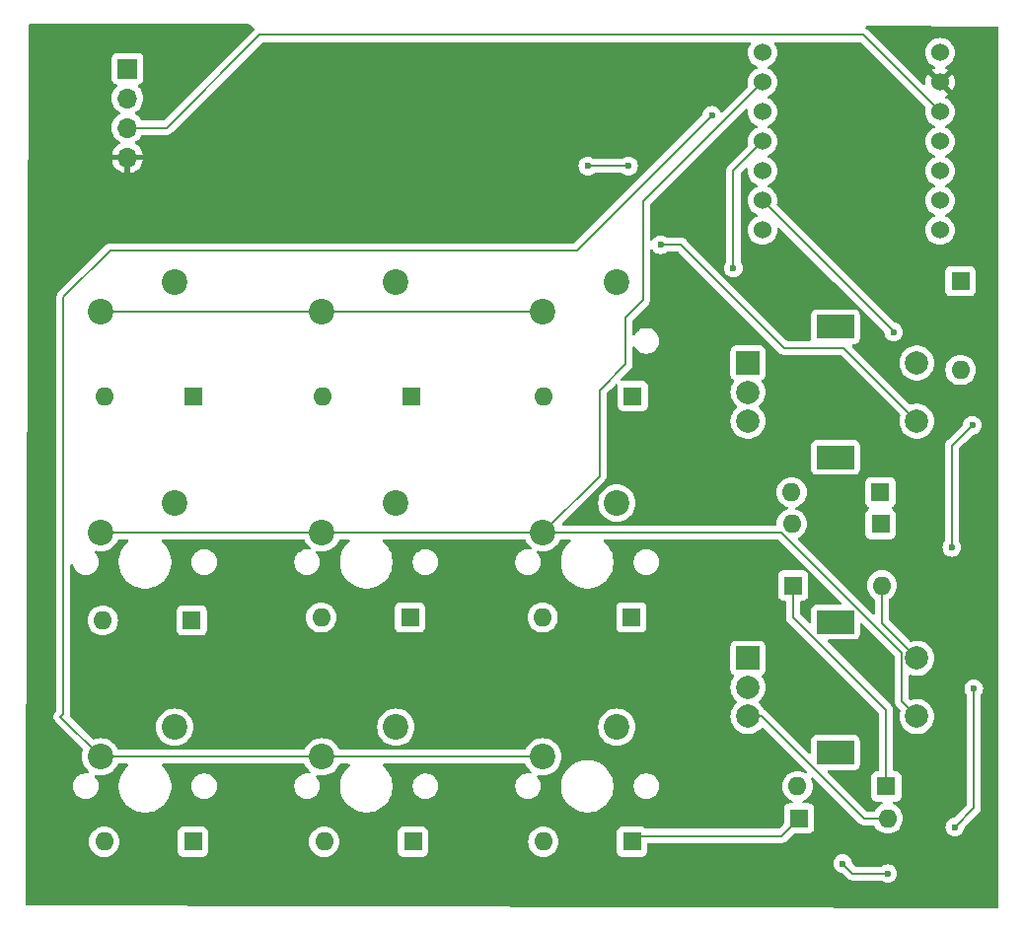
<source format=gbr>
%TF.GenerationSoftware,KiCad,Pcbnew,8.0.6*%
%TF.CreationDate,2026-01-30T19:09:08+01:00*%
%TF.ProjectId,keyboard,6b657962-6f61-4726-942e-6b696361645f,rev?*%
%TF.SameCoordinates,Original*%
%TF.FileFunction,Copper,L2,Bot*%
%TF.FilePolarity,Positive*%
%FSLAX46Y46*%
G04 Gerber Fmt 4.6, Leading zero omitted, Abs format (unit mm)*
G04 Created by KiCad (PCBNEW 8.0.6) date 2026-01-30 19:09:08*
%MOMM*%
%LPD*%
G01*
G04 APERTURE LIST*
%TA.AperFunction,ComponentPad*%
%ADD10O,1.700000X1.700000*%
%TD*%
%TA.AperFunction,ComponentPad*%
%ADD11R,1.700000X1.700000*%
%TD*%
%TA.AperFunction,ComponentPad*%
%ADD12C,1.524000*%
%TD*%
%TA.AperFunction,ComponentPad*%
%ADD13R,2.000000X2.000000*%
%TD*%
%TA.AperFunction,ComponentPad*%
%ADD14C,2.000000*%
%TD*%
%TA.AperFunction,ComponentPad*%
%ADD15R,3.200000X2.000000*%
%TD*%
%TA.AperFunction,ComponentPad*%
%ADD16C,2.200000*%
%TD*%
%TA.AperFunction,ComponentPad*%
%ADD17R,1.600000X1.600000*%
%TD*%
%TA.AperFunction,ComponentPad*%
%ADD18O,1.600000X1.600000*%
%TD*%
%TA.AperFunction,ViaPad*%
%ADD19C,0.600000*%
%TD*%
%TA.AperFunction,Conductor*%
%ADD20C,0.200000*%
%TD*%
G04 APERTURE END LIST*
D10*
%TO.P,J1,4,Pin_4*%
%TO.N,GND*%
X128000000Y-36500000D03*
%TO.P,J1,3,Pin_3*%
%TO.N,3V3*%
X128000000Y-33960000D03*
%TO.P,J1,2,Pin_2*%
%TO.N,SCL*%
X128000000Y-31420000D03*
D11*
%TO.P,J1,1,Pin_1*%
%TO.N,SDA*%
X128000000Y-28880000D03*
%TD*%
D12*
%TO.P,U1,1,GPIO26/ADC0/A0*%
%TO.N,C1*%
X182500000Y-27510000D03*
%TO.P,U1,2,GPIO27/ADC1/A1*%
%TO.N,C2*%
X182500000Y-30050000D03*
%TO.P,U1,3,GPIO28/ADC2/A2*%
%TO.N,C3*%
X182500000Y-32590000D03*
%TO.P,U1,4,GPIO29/ADC3/A3*%
%TO.N,C4*%
X182500000Y-35130000D03*
%TO.P,U1,5,GPIO6/SDA*%
%TO.N,R1*%
X182500000Y-37670000D03*
%TO.P,U1,6,GPIO7/SCL*%
%TO.N,R2*%
X182500000Y-40210000D03*
%TO.P,U1,7,GPIO0/TX*%
%TO.N,R3*%
X182500000Y-42750000D03*
%TO.P,U1,8,GPIO1/RX*%
%TO.N,R4*%
X197740000Y-42750000D03*
%TO.P,U1,9,GPIO2/SCK*%
%TO.N,SCK*%
X197740000Y-40210000D03*
%TO.P,U1,10,GPIO4/MISO*%
%TO.N,SCL*%
X197740000Y-37670000D03*
%TO.P,U1,11,GPIO3/MOSI*%
%TO.N,SDA*%
X197740000Y-35130000D03*
%TO.P,U1,12,3V3*%
%TO.N,3V3*%
X197740000Y-32590000D03*
%TO.P,U1,13,GND*%
%TO.N,GND*%
X197740000Y-30050000D03*
%TO.P,U1,14,VBUS*%
%TO.N,5V*%
X197740000Y-27510000D03*
%TD*%
D13*
%TO.P,SW11,A,A*%
%TO.N,Net-(D13-A)*%
X181250000Y-79500000D03*
D14*
%TO.P,SW11,B,B*%
%TO.N,Net-(D14-A)*%
X181250000Y-84500000D03*
%TO.P,SW11,C,C*%
%TO.N,C4*%
X181250000Y-82000000D03*
D15*
%TO.P,SW11,MP*%
%TO.N,N/C*%
X188750000Y-76400000D03*
X188750000Y-87600000D03*
D14*
%TO.P,SW11,S1,S1*%
%TO.N,C2*%
X195750000Y-84500000D03*
%TO.P,SW11,S2,S2*%
%TO.N,Net-(D15-A)*%
X195750000Y-79500000D03*
%TD*%
D16*
%TO.P,SW10,1,1*%
%TO.N,Net-(D4-A)*%
X170000000Y-85420000D03*
%TO.P,SW10,2,2*%
%TO.N,C3*%
X163650000Y-87960000D03*
%TD*%
%TO.P,SW9,1,1*%
%TO.N,Net-(D5-A)*%
X170000000Y-66170000D03*
%TO.P,SW9,2,2*%
%TO.N,C2*%
X163650000Y-68710000D03*
%TD*%
%TO.P,SW8,1,1*%
%TO.N,Net-(D6-A)*%
X170000000Y-47170000D03*
%TO.P,SW8,2,2*%
%TO.N,C1*%
X163650000Y-49710000D03*
%TD*%
%TO.P,SW7,1,1*%
%TO.N,Net-(D3-A)*%
X151040000Y-85420000D03*
%TO.P,SW7,2,2*%
%TO.N,C3*%
X144690000Y-87960000D03*
%TD*%
%TO.P,SW6,1,1*%
%TO.N,Net-(D8-A)*%
X151040000Y-66170000D03*
%TO.P,SW6,2,2*%
%TO.N,C2*%
X144690000Y-68710000D03*
%TD*%
%TO.P,SW5,1,1*%
%TO.N,Net-(D7-A)*%
X151040000Y-47170000D03*
%TO.P,SW5,2,2*%
%TO.N,C1*%
X144690000Y-49710000D03*
%TD*%
%TO.P,SW4,1,1*%
%TO.N,Net-(D2-A)*%
X132040000Y-85420000D03*
%TO.P,SW4,2,2*%
%TO.N,C3*%
X125690000Y-87960000D03*
%TD*%
%TO.P,SW3,1,1*%
%TO.N,Net-(D1-A)*%
X132040000Y-66170000D03*
%TO.P,SW3,2,2*%
%TO.N,C2*%
X125690000Y-68710000D03*
%TD*%
%TO.P,SW2,1,1*%
%TO.N,Net-(D9-A)*%
X132040000Y-47170000D03*
%TO.P,SW2,2,2*%
%TO.N,C1*%
X125690000Y-49710000D03*
%TD*%
D14*
%TO.P,SW1,S2,S2*%
%TO.N,Net-(D12-A)*%
X195750000Y-54150000D03*
%TO.P,SW1,S1,S1*%
%TO.N,C1*%
X195750000Y-59150000D03*
D15*
%TO.P,SW1,MP*%
%TO.N,N/C*%
X188750000Y-62250000D03*
X188750000Y-51050000D03*
D14*
%TO.P,SW1,C,C*%
%TO.N,C4*%
X181250000Y-56650000D03*
%TO.P,SW1,B,B*%
%TO.N,Net-(D11-A)*%
X181250000Y-59150000D03*
D13*
%TO.P,SW1,A,A*%
%TO.N,Net-(D10-A)*%
X181250000Y-54150000D03*
%TD*%
D17*
%TO.P,D15,1,K*%
%TO.N,R4*%
X185130000Y-73250000D03*
D18*
%TO.P,D15,2,A*%
%TO.N,Net-(D15-A)*%
X192750000Y-73250000D03*
%TD*%
D17*
%TO.P,D14,1,K*%
%TO.N,R3*%
X185630000Y-93250000D03*
D18*
%TO.P,D14,2,A*%
%TO.N,Net-(D14-A)*%
X193250000Y-93250000D03*
%TD*%
D17*
%TO.P,D13,1,K*%
%TO.N,R4*%
X193120000Y-90500000D03*
D18*
%TO.P,D13,2,A*%
%TO.N,Net-(D13-A)*%
X185500000Y-90500000D03*
%TD*%
D17*
%TO.P,D12,1,K*%
%TO.N,R4*%
X199500000Y-47130000D03*
D18*
%TO.P,D12,2,A*%
%TO.N,Net-(D12-A)*%
X199500000Y-54750000D03*
%TD*%
D17*
%TO.P,D11,1,K*%
%TO.N,R2*%
X192631546Y-67971381D03*
D18*
%TO.P,D11,2,A*%
%TO.N,Net-(D11-A)*%
X185011546Y-67971381D03*
%TD*%
D17*
%TO.P,D10,1,K*%
%TO.N,R1*%
X192620000Y-65250000D03*
D18*
%TO.P,D10,2,A*%
%TO.N,Net-(D10-A)*%
X185000000Y-65250000D03*
%TD*%
D17*
%TO.P,D9,1,K*%
%TO.N,R1*%
X133620000Y-57000000D03*
D18*
%TO.P,D9,2,A*%
%TO.N,Net-(D9-A)*%
X126000000Y-57000000D03*
%TD*%
D17*
%TO.P,D8,1,K*%
%TO.N,R2*%
X152250000Y-76000000D03*
D18*
%TO.P,D8,2,A*%
%TO.N,Net-(D8-A)*%
X144630000Y-76000000D03*
%TD*%
D17*
%TO.P,D7,1,K*%
%TO.N,R2*%
X152370000Y-57000000D03*
D18*
%TO.P,D7,2,A*%
%TO.N,Net-(D7-A)*%
X144750000Y-57000000D03*
%TD*%
D17*
%TO.P,D6,1,K*%
%TO.N,R3*%
X171370000Y-57000000D03*
D18*
%TO.P,D6,2,A*%
%TO.N,Net-(D6-A)*%
X163750000Y-57000000D03*
%TD*%
D17*
%TO.P,D5,1,K*%
%TO.N,R3*%
X171250000Y-76000000D03*
D18*
%TO.P,D5,2,A*%
%TO.N,Net-(D5-A)*%
X163630000Y-76000000D03*
%TD*%
D17*
%TO.P,D4,1,K*%
%TO.N,R3*%
X171310000Y-95250000D03*
D18*
%TO.P,D4,2,A*%
%TO.N,Net-(D4-A)*%
X163690000Y-95250000D03*
%TD*%
D17*
%TO.P,D3,1,K*%
%TO.N,R2*%
X152500000Y-95250000D03*
D18*
%TO.P,D3,2,A*%
%TO.N,Net-(D3-A)*%
X144880000Y-95250000D03*
%TD*%
D17*
%TO.P,D2,1,K*%
%TO.N,R1*%
X133620000Y-95250000D03*
D18*
%TO.P,D2,2,A*%
%TO.N,Net-(D2-A)*%
X126000000Y-95250000D03*
%TD*%
D17*
%TO.P,D1,1,K*%
%TO.N,R1*%
X133500000Y-76250000D03*
D18*
%TO.P,D1,2,A*%
%TO.N,Net-(D1-A)*%
X125880000Y-76250000D03*
%TD*%
D19*
%TO.N,Net-(D19-DOUT)*%
X189375000Y-97125000D03*
X193250000Y-98000000D03*
%TO.N,GND*%
X198750000Y-56500000D03*
%TO.N,Net-(D16-DOUT)*%
X200500000Y-59500000D03*
X198750000Y-70000000D03*
%TO.N,Net-(D18-DOUT)*%
X199000000Y-94000000D03*
X200625000Y-82125000D03*
%TO.N,R1*%
X171000000Y-37250000D03*
X167500000Y-37250000D03*
%TO.N,C4*%
X180000000Y-46000000D03*
%TO.N,C1*%
X173750000Y-44000000D03*
%TO.N,R2*%
X193750000Y-51500000D03*
%TO.N,C3*%
X178149052Y-32899052D03*
%TD*%
D20*
%TO.N,3V3*%
X191150000Y-26000000D02*
X139330000Y-26000000D01*
X131370000Y-33960000D02*
X128000000Y-33960000D01*
X197740000Y-32590000D02*
X191150000Y-26000000D01*
X139330000Y-26000000D02*
X131370000Y-33960000D01*
%TO.N,C3*%
X166548105Y-44500000D02*
X178149052Y-32899053D01*
X126500000Y-44500000D02*
X166548105Y-44500000D01*
X178149052Y-32899053D02*
X178149052Y-32899052D01*
X122500000Y-48500000D02*
X126500000Y-44500000D01*
X122250000Y-84520000D02*
X122500000Y-84270000D01*
X125690000Y-87960000D02*
X122250000Y-84520000D01*
X122500000Y-84270000D02*
X122500000Y-48500000D01*
%TO.N,Net-(D19-DOUT)*%
X190250000Y-98000000D02*
X193250000Y-98000000D01*
X189375000Y-97125000D02*
X190250000Y-98000000D01*
%TO.N,Net-(D16-DOUT)*%
X198750000Y-61250000D02*
X200500000Y-59500000D01*
X198750000Y-70000000D02*
X198750000Y-61250000D01*
%TO.N,Net-(D18-DOUT)*%
X200625000Y-92375000D02*
X199000000Y-94000000D01*
X200625000Y-82125000D02*
X200625000Y-92375000D01*
%TO.N,R1*%
X167500000Y-37250000D02*
X171000000Y-37250000D01*
%TO.N,C4*%
X180000000Y-37630000D02*
X180000000Y-46000000D01*
X182500000Y-35130000D02*
X180000000Y-37630000D01*
%TO.N,C1*%
X184350000Y-52850000D02*
X175500000Y-44000000D01*
X189450000Y-52850000D02*
X184350000Y-52850000D01*
X175500000Y-44000000D02*
X173750000Y-44000000D01*
X195750000Y-59150000D02*
X189450000Y-52850000D01*
%TO.N,R2*%
X193750000Y-51500000D02*
X193750000Y-51460000D01*
%TO.N,C3*%
X178149053Y-32899052D02*
X178250000Y-32798105D01*
X178149052Y-32899052D02*
X178149053Y-32899052D01*
%TO.N,C2*%
X194450000Y-83200000D02*
X195750000Y-84500000D01*
X194450000Y-79050000D02*
X194450000Y-83200000D01*
X184110000Y-68710000D02*
X194450000Y-79050000D01*
X163650000Y-68710000D02*
X184110000Y-68710000D01*
X125690000Y-68710000D02*
X163650000Y-68710000D01*
%TO.N,C1*%
X125690000Y-49710000D02*
X163650000Y-49710000D01*
%TO.N,R3*%
X184130000Y-94750000D02*
X171810000Y-94750000D01*
X171810000Y-94750000D02*
X171310000Y-95250000D01*
X185630000Y-93250000D02*
X184130000Y-94750000D01*
%TO.N,Net-(D14-A)*%
X182450000Y-84500000D02*
X181250000Y-84500000D01*
X193250000Y-93250000D02*
X191200000Y-93250000D01*
X191200000Y-93250000D02*
X182450000Y-84500000D01*
%TO.N,Net-(D15-A)*%
X192750000Y-76500000D02*
X195750000Y-79500000D01*
X192750000Y-73250000D02*
X192750000Y-76500000D01*
%TO.N,R4*%
X185130000Y-75980000D02*
X185130000Y-73250000D01*
X193120000Y-83970000D02*
X185130000Y-75980000D01*
X193120000Y-90500000D02*
X193120000Y-83970000D01*
%TO.N,R2*%
X193750000Y-51460000D02*
X182500000Y-40210000D01*
%TO.N,C3*%
X125690000Y-87960000D02*
X163650000Y-87960000D01*
%TO.N,C2*%
X170750000Y-54250000D02*
X170750000Y-50250000D01*
X168500000Y-56500000D02*
X170750000Y-54250000D01*
X170750000Y-50250000D02*
X172250000Y-48750000D01*
X172250000Y-40300000D02*
X182500000Y-30050000D01*
X168500000Y-63860000D02*
X168500000Y-56500000D01*
X163650000Y-68710000D02*
X168500000Y-63860000D01*
X172250000Y-48750000D02*
X172250000Y-40300000D01*
%TD*%
%TA.AperFunction,Conductor*%
%TO.N,GND*%
G36*
X123715447Y-25012659D02*
G01*
X138423408Y-25056827D01*
X138490385Y-25076711D01*
X138505414Y-25088146D01*
X138876819Y-25418284D01*
X138913847Y-25477535D01*
X138912964Y-25547399D01*
X138882121Y-25598643D01*
X138849480Y-25631284D01*
X138849478Y-25631286D01*
X131157584Y-33323181D01*
X131096261Y-33356666D01*
X131069903Y-33359500D01*
X129289091Y-33359500D01*
X129222052Y-33339815D01*
X129176711Y-33287909D01*
X129174037Y-33282175D01*
X129174034Y-33282170D01*
X129174033Y-33282169D01*
X129038495Y-33088599D01*
X129038494Y-33088597D01*
X128871402Y-32921506D01*
X128871396Y-32921501D01*
X128685842Y-32791575D01*
X128642217Y-32736998D01*
X128635023Y-32667500D01*
X128666546Y-32605145D01*
X128685842Y-32588425D01*
X128741390Y-32549530D01*
X128871401Y-32458495D01*
X129038495Y-32291401D01*
X129174035Y-32097830D01*
X129273903Y-31883663D01*
X129335063Y-31655408D01*
X129355659Y-31420000D01*
X129335063Y-31184592D01*
X129273903Y-30956337D01*
X129174035Y-30742171D01*
X129132895Y-30683417D01*
X129038496Y-30548600D01*
X128984396Y-30494500D01*
X128916567Y-30426671D01*
X128883084Y-30365351D01*
X128888068Y-30295659D01*
X128929939Y-30239725D01*
X128960915Y-30222810D01*
X129092331Y-30173796D01*
X129207546Y-30087546D01*
X129293796Y-29972331D01*
X129344091Y-29837483D01*
X129350500Y-29777873D01*
X129350499Y-27982128D01*
X129344091Y-27922517D01*
X129293796Y-27787669D01*
X129293795Y-27787668D01*
X129293793Y-27787664D01*
X129207547Y-27672455D01*
X129207544Y-27672452D01*
X129092335Y-27586206D01*
X129092328Y-27586202D01*
X128957482Y-27535908D01*
X128957483Y-27535908D01*
X128897883Y-27529501D01*
X128897881Y-27529500D01*
X128897873Y-27529500D01*
X128897864Y-27529500D01*
X127102129Y-27529500D01*
X127102123Y-27529501D01*
X127042516Y-27535908D01*
X126907671Y-27586202D01*
X126907664Y-27586206D01*
X126792455Y-27672452D01*
X126792452Y-27672455D01*
X126706206Y-27787664D01*
X126706202Y-27787671D01*
X126655908Y-27922517D01*
X126653658Y-27943450D01*
X126649501Y-27982123D01*
X126649500Y-27982135D01*
X126649500Y-29777870D01*
X126649501Y-29777876D01*
X126655908Y-29837483D01*
X126706202Y-29972328D01*
X126706206Y-29972335D01*
X126792452Y-30087544D01*
X126792455Y-30087547D01*
X126907664Y-30173793D01*
X126907671Y-30173797D01*
X127039081Y-30222810D01*
X127095015Y-30264681D01*
X127119432Y-30330145D01*
X127104580Y-30398418D01*
X127083430Y-30426673D01*
X126961503Y-30548600D01*
X126825965Y-30742169D01*
X126825964Y-30742171D01*
X126726098Y-30956335D01*
X126726094Y-30956344D01*
X126664938Y-31184586D01*
X126664936Y-31184596D01*
X126644341Y-31419999D01*
X126644341Y-31420000D01*
X126664936Y-31655403D01*
X126664938Y-31655413D01*
X126726094Y-31883655D01*
X126726096Y-31883659D01*
X126726097Y-31883663D01*
X126759987Y-31956340D01*
X126825965Y-32097830D01*
X126825967Y-32097834D01*
X126961501Y-32291395D01*
X126961506Y-32291402D01*
X127128597Y-32458493D01*
X127128603Y-32458498D01*
X127314158Y-32588425D01*
X127357783Y-32643002D01*
X127364977Y-32712500D01*
X127333454Y-32774855D01*
X127314158Y-32791575D01*
X127128597Y-32921505D01*
X126961505Y-33088597D01*
X126825965Y-33282169D01*
X126825964Y-33282171D01*
X126726098Y-33496335D01*
X126726094Y-33496344D01*
X126664938Y-33724586D01*
X126664936Y-33724596D01*
X126644341Y-33959999D01*
X126644341Y-33960000D01*
X126664936Y-34195403D01*
X126664938Y-34195413D01*
X126726094Y-34423655D01*
X126726096Y-34423659D01*
X126726097Y-34423663D01*
X126789906Y-34560501D01*
X126825965Y-34637830D01*
X126825967Y-34637834D01*
X126961501Y-34831395D01*
X126961506Y-34831402D01*
X127128597Y-34998493D01*
X127128603Y-34998498D01*
X127314594Y-35128730D01*
X127358219Y-35183307D01*
X127365413Y-35252805D01*
X127333890Y-35315160D01*
X127314595Y-35331880D01*
X127128922Y-35461890D01*
X127128920Y-35461891D01*
X126961891Y-35628920D01*
X126961886Y-35628926D01*
X126826400Y-35822420D01*
X126826399Y-35822422D01*
X126726570Y-36036507D01*
X126726567Y-36036513D01*
X126669364Y-36249999D01*
X126669364Y-36250000D01*
X127566988Y-36250000D01*
X127534075Y-36307007D01*
X127500000Y-36434174D01*
X127500000Y-36565826D01*
X127534075Y-36692993D01*
X127566988Y-36750000D01*
X126669364Y-36750000D01*
X126726567Y-36963486D01*
X126726570Y-36963492D01*
X126826399Y-37177578D01*
X126961894Y-37371082D01*
X127128917Y-37538105D01*
X127322421Y-37673600D01*
X127536507Y-37773429D01*
X127536516Y-37773433D01*
X127750000Y-37830634D01*
X127750000Y-36933012D01*
X127807007Y-36965925D01*
X127934174Y-37000000D01*
X128065826Y-37000000D01*
X128192993Y-36965925D01*
X128250000Y-36933012D01*
X128250000Y-37830633D01*
X128463483Y-37773433D01*
X128463492Y-37773429D01*
X128677578Y-37673600D01*
X128871082Y-37538105D01*
X129038105Y-37371082D01*
X129122892Y-37249996D01*
X166694435Y-37249996D01*
X166694435Y-37250003D01*
X166714630Y-37429249D01*
X166714631Y-37429254D01*
X166774211Y-37599523D01*
X166820757Y-37673600D01*
X166870184Y-37752262D01*
X166997738Y-37879816D01*
X167150478Y-37975789D01*
X167320745Y-38035368D01*
X167320750Y-38035369D01*
X167499996Y-38055565D01*
X167500000Y-38055565D01*
X167500004Y-38055565D01*
X167679249Y-38035369D01*
X167679252Y-38035368D01*
X167679255Y-38035368D01*
X167849522Y-37975789D01*
X168002262Y-37879816D01*
X168002267Y-37879810D01*
X168005097Y-37877555D01*
X168007275Y-37876665D01*
X168008158Y-37876111D01*
X168008255Y-37876265D01*
X168069783Y-37851145D01*
X168082412Y-37850500D01*
X170417588Y-37850500D01*
X170484627Y-37870185D01*
X170494903Y-37877555D01*
X170497736Y-37879814D01*
X170497738Y-37879816D01*
X170650478Y-37975789D01*
X170820745Y-38035368D01*
X170820750Y-38035369D01*
X170999996Y-38055565D01*
X171000000Y-38055565D01*
X171000004Y-38055565D01*
X171179249Y-38035369D01*
X171179252Y-38035368D01*
X171179255Y-38035368D01*
X171349522Y-37975789D01*
X171502262Y-37879816D01*
X171629816Y-37752262D01*
X171725789Y-37599522D01*
X171785368Y-37429255D01*
X171787157Y-37413376D01*
X171805565Y-37250003D01*
X171805565Y-37249996D01*
X171785369Y-37070750D01*
X171785368Y-37070745D01*
X171748690Y-36965925D01*
X171725789Y-36900478D01*
X171629816Y-36747738D01*
X171502262Y-36620184D01*
X171349523Y-36524211D01*
X171179254Y-36464631D01*
X171179249Y-36464630D01*
X171000004Y-36444435D01*
X170999996Y-36444435D01*
X170820750Y-36464630D01*
X170820745Y-36464631D01*
X170650476Y-36524211D01*
X170497736Y-36620185D01*
X170494903Y-36622445D01*
X170492724Y-36623334D01*
X170491842Y-36623889D01*
X170491744Y-36623734D01*
X170430217Y-36648855D01*
X170417588Y-36649500D01*
X168082412Y-36649500D01*
X168015373Y-36629815D01*
X168005097Y-36622445D01*
X168002263Y-36620185D01*
X168002262Y-36620184D01*
X167945496Y-36584515D01*
X167849523Y-36524211D01*
X167679254Y-36464631D01*
X167679249Y-36464630D01*
X167500004Y-36444435D01*
X167499996Y-36444435D01*
X167320750Y-36464630D01*
X167320745Y-36464631D01*
X167150476Y-36524211D01*
X166997737Y-36620184D01*
X166870184Y-36747737D01*
X166774211Y-36900476D01*
X166714631Y-37070745D01*
X166714630Y-37070750D01*
X166694435Y-37249996D01*
X129122892Y-37249996D01*
X129173600Y-37177578D01*
X129273429Y-36963492D01*
X129273432Y-36963486D01*
X129330636Y-36750000D01*
X128433012Y-36750000D01*
X128465925Y-36692993D01*
X128500000Y-36565826D01*
X128500000Y-36434174D01*
X128465925Y-36307007D01*
X128433012Y-36250000D01*
X129330636Y-36250000D01*
X129330635Y-36249999D01*
X129273432Y-36036513D01*
X129273429Y-36036507D01*
X129173600Y-35822422D01*
X129173599Y-35822420D01*
X129038113Y-35628926D01*
X129038108Y-35628920D01*
X128871078Y-35461890D01*
X128685405Y-35331879D01*
X128641780Y-35277302D01*
X128634588Y-35207804D01*
X128666110Y-35145449D01*
X128685406Y-35128730D01*
X128871401Y-34998495D01*
X129038495Y-34831401D01*
X129174035Y-34637830D01*
X129176707Y-34632097D01*
X129222878Y-34579658D01*
X129289091Y-34560500D01*
X131283331Y-34560500D01*
X131283347Y-34560501D01*
X131290943Y-34560501D01*
X131449054Y-34560501D01*
X131449057Y-34560501D01*
X131601785Y-34519577D01*
X131651904Y-34490639D01*
X131738716Y-34440520D01*
X131850520Y-34328716D01*
X131850520Y-34328714D01*
X131860728Y-34318507D01*
X131860729Y-34318504D01*
X139542416Y-26636819D01*
X139603739Y-26603334D01*
X139630097Y-26600500D01*
X181357409Y-26600500D01*
X181424448Y-26620185D01*
X181470203Y-26672989D01*
X181480147Y-26742147D01*
X181458984Y-26795623D01*
X181402466Y-26876338D01*
X181402465Y-26876340D01*
X181309107Y-27076548D01*
X181309104Y-27076554D01*
X181251930Y-27289929D01*
X181251929Y-27289937D01*
X181232677Y-27509997D01*
X181232677Y-27510002D01*
X181251929Y-27730062D01*
X181251930Y-27730070D01*
X181309104Y-27943445D01*
X181309105Y-27943447D01*
X181309106Y-27943450D01*
X181327145Y-27982135D01*
X181402466Y-28143662D01*
X181402468Y-28143666D01*
X181529170Y-28324615D01*
X181529175Y-28324621D01*
X181685378Y-28480824D01*
X181685384Y-28480829D01*
X181866333Y-28607531D01*
X181866335Y-28607532D01*
X181866338Y-28607534D01*
X181985748Y-28663215D01*
X181995189Y-28667618D01*
X182047628Y-28713790D01*
X182066780Y-28780984D01*
X182046564Y-28847865D01*
X181995189Y-28892382D01*
X181866340Y-28952465D01*
X181866338Y-28952466D01*
X181685377Y-29079175D01*
X181529175Y-29235377D01*
X181402466Y-29416338D01*
X181402465Y-29416340D01*
X181309107Y-29616548D01*
X181309104Y-29616554D01*
X181251930Y-29829929D01*
X181251929Y-29829937D01*
X181232677Y-30049997D01*
X181232677Y-30050002D01*
X181251929Y-30270062D01*
X181251932Y-30270076D01*
X181271178Y-30341906D01*
X181269515Y-30411755D01*
X181239084Y-30461679D01*
X179086029Y-32614734D01*
X179024706Y-32648219D01*
X178955014Y-32643235D01*
X178899081Y-32601363D01*
X178881306Y-32568008D01*
X178874841Y-32549530D01*
X178778868Y-32396790D01*
X178651314Y-32269236D01*
X178498575Y-32173263D01*
X178328306Y-32113683D01*
X178328301Y-32113682D01*
X178149056Y-32093487D01*
X178149048Y-32093487D01*
X177969802Y-32113682D01*
X177969797Y-32113683D01*
X177799528Y-32173263D01*
X177646789Y-32269236D01*
X177519236Y-32396789D01*
X177423262Y-32549530D01*
X177363682Y-32719802D01*
X177353889Y-32806720D01*
X177326822Y-32871134D01*
X177318350Y-32880517D01*
X166335689Y-43863181D01*
X166274366Y-43896666D01*
X166248008Y-43899500D01*
X126579057Y-43899500D01*
X126420942Y-43899500D01*
X126268215Y-43940423D01*
X126268214Y-43940423D01*
X126268212Y-43940424D01*
X126268209Y-43940425D01*
X126218096Y-43969359D01*
X126218095Y-43969360D01*
X126174689Y-43994420D01*
X126131285Y-44019479D01*
X126131282Y-44019481D01*
X122019479Y-48131284D01*
X122002822Y-48160135D01*
X121995782Y-48172331D01*
X121940423Y-48268215D01*
X121899499Y-48420943D01*
X121899499Y-48420945D01*
X121899499Y-48589046D01*
X121899500Y-48589059D01*
X121899500Y-83969903D01*
X121879815Y-84036942D01*
X121863181Y-84057584D01*
X121769483Y-84151281D01*
X121769481Y-84151284D01*
X121690423Y-84288214D01*
X121690423Y-84288215D01*
X121649499Y-84440943D01*
X121649499Y-84440945D01*
X121649499Y-84599054D01*
X121649498Y-84599054D01*
X121649499Y-84599057D01*
X121690423Y-84751785D01*
X121769481Y-84888716D01*
X121769483Y-84888718D01*
X124157707Y-87276943D01*
X124191192Y-87338266D01*
X124186208Y-87407958D01*
X124184588Y-87412075D01*
X124163126Y-87463889D01*
X124104317Y-87708848D01*
X124084551Y-87960000D01*
X124104317Y-88211151D01*
X124163126Y-88456110D01*
X124259533Y-88688859D01*
X124391160Y-88903653D01*
X124391161Y-88903656D01*
X124391164Y-88903659D01*
X124554776Y-89095224D01*
X124655400Y-89181165D01*
X124668783Y-89192595D01*
X124706976Y-89251102D01*
X124707474Y-89320970D01*
X124670121Y-89380016D01*
X124606774Y-89409494D01*
X124568854Y-89409358D01*
X124506611Y-89399500D01*
X124333389Y-89399500D01*
X124293728Y-89405781D01*
X124162302Y-89426597D01*
X123997552Y-89480128D01*
X123843211Y-89558768D01*
X123763256Y-89616859D01*
X123703072Y-89660586D01*
X123703070Y-89660588D01*
X123703069Y-89660588D01*
X123580588Y-89783069D01*
X123580588Y-89783070D01*
X123580586Y-89783072D01*
X123553250Y-89820697D01*
X123478768Y-89923211D01*
X123400128Y-90077552D01*
X123346597Y-90242302D01*
X123319500Y-90413389D01*
X123319500Y-90586610D01*
X123341686Y-90726692D01*
X123346598Y-90757701D01*
X123400127Y-90922445D01*
X123478768Y-91076788D01*
X123580586Y-91216928D01*
X123703072Y-91339414D01*
X123843212Y-91441232D01*
X123997555Y-91519873D01*
X124162299Y-91573402D01*
X124333389Y-91600500D01*
X124333390Y-91600500D01*
X124506610Y-91600500D01*
X124506611Y-91600500D01*
X124677701Y-91573402D01*
X124842445Y-91519873D01*
X124996788Y-91441232D01*
X125136928Y-91339414D01*
X125259414Y-91216928D01*
X125361232Y-91076788D01*
X125439873Y-90922445D01*
X125493402Y-90757701D01*
X125520500Y-90586611D01*
X125520500Y-90413389D01*
X125493402Y-90242299D01*
X125439873Y-90077555D01*
X125361232Y-89923212D01*
X125259414Y-89783072D01*
X125201232Y-89724890D01*
X125167747Y-89663567D01*
X125172731Y-89593875D01*
X125214603Y-89537942D01*
X125280067Y-89513525D01*
X125317856Y-89516634D01*
X125438852Y-89545683D01*
X125690000Y-89565449D01*
X125941148Y-89545683D01*
X126186111Y-89486873D01*
X126418859Y-89390466D01*
X126633659Y-89258836D01*
X126825224Y-89095224D01*
X126988836Y-88903659D01*
X127120466Y-88688859D01*
X127141927Y-88637048D01*
X127185767Y-88582644D01*
X127252061Y-88560579D01*
X127256488Y-88560500D01*
X127965462Y-88560500D01*
X128032501Y-88580185D01*
X128078256Y-88632989D01*
X128088200Y-88702147D01*
X128059175Y-88765703D01*
X128040948Y-88782876D01*
X128012959Y-88804352D01*
X128012952Y-88804358D01*
X127804358Y-89012952D01*
X127804352Y-89012959D01*
X127624761Y-89247006D01*
X127477258Y-89502489D01*
X127477254Y-89502499D01*
X127364364Y-89775038D01*
X127364361Y-89775048D01*
X127289750Y-90053504D01*
X127288008Y-90060004D01*
X127288006Y-90060015D01*
X127249500Y-90352486D01*
X127249500Y-90647513D01*
X127281571Y-90891113D01*
X127288007Y-90939993D01*
X127362212Y-91216930D01*
X127364361Y-91224951D01*
X127364364Y-91224961D01*
X127477254Y-91497500D01*
X127477258Y-91497510D01*
X127624761Y-91752993D01*
X127804352Y-91987040D01*
X127804358Y-91987047D01*
X128012952Y-92195641D01*
X128012959Y-92195647D01*
X128247006Y-92375238D01*
X128502489Y-92522741D01*
X128502490Y-92522741D01*
X128502493Y-92522743D01*
X128682410Y-92597267D01*
X128760987Y-92629815D01*
X128775048Y-92635639D01*
X129060007Y-92711993D01*
X129352494Y-92750500D01*
X129352501Y-92750500D01*
X129647499Y-92750500D01*
X129647506Y-92750500D01*
X129939993Y-92711993D01*
X130224952Y-92635639D01*
X130497507Y-92522743D01*
X130752994Y-92375238D01*
X130987042Y-92195646D01*
X131195646Y-91987042D01*
X131375238Y-91752994D01*
X131522743Y-91497507D01*
X131635639Y-91224952D01*
X131711993Y-90939993D01*
X131750500Y-90647506D01*
X131750500Y-90413389D01*
X133479500Y-90413389D01*
X133479500Y-90586610D01*
X133501686Y-90726692D01*
X133506598Y-90757701D01*
X133560127Y-90922445D01*
X133638768Y-91076788D01*
X133740586Y-91216928D01*
X133863072Y-91339414D01*
X134003212Y-91441232D01*
X134157555Y-91519873D01*
X134322299Y-91573402D01*
X134493389Y-91600500D01*
X134493390Y-91600500D01*
X134666610Y-91600500D01*
X134666611Y-91600500D01*
X134837701Y-91573402D01*
X135002445Y-91519873D01*
X135156788Y-91441232D01*
X135296928Y-91339414D01*
X135419414Y-91216928D01*
X135521232Y-91076788D01*
X135599873Y-90922445D01*
X135653402Y-90757701D01*
X135680500Y-90586611D01*
X135680500Y-90413389D01*
X135653402Y-90242299D01*
X135599873Y-90077555D01*
X135521232Y-89923212D01*
X135419414Y-89783072D01*
X135296928Y-89660586D01*
X135156788Y-89558768D01*
X135002445Y-89480127D01*
X134837701Y-89426598D01*
X134837699Y-89426597D01*
X134837698Y-89426597D01*
X134706271Y-89405781D01*
X134666611Y-89399500D01*
X134493389Y-89399500D01*
X134453728Y-89405781D01*
X134322302Y-89426597D01*
X134157552Y-89480128D01*
X134003211Y-89558768D01*
X133923256Y-89616859D01*
X133863072Y-89660586D01*
X133863070Y-89660588D01*
X133863069Y-89660588D01*
X133740588Y-89783069D01*
X133740588Y-89783070D01*
X133740586Y-89783072D01*
X133713250Y-89820697D01*
X133638768Y-89923211D01*
X133560128Y-90077552D01*
X133506597Y-90242302D01*
X133479500Y-90413389D01*
X131750500Y-90413389D01*
X131750500Y-90352494D01*
X131711993Y-90060007D01*
X131635639Y-89775048D01*
X131522743Y-89502493D01*
X131458064Y-89390466D01*
X131375238Y-89247006D01*
X131195647Y-89012959D01*
X131195641Y-89012952D01*
X130987047Y-88804358D01*
X130987040Y-88804352D01*
X130959052Y-88782876D01*
X130917849Y-88726448D01*
X130913694Y-88656702D01*
X130947906Y-88595782D01*
X131009624Y-88563029D01*
X131034538Y-88560500D01*
X143123512Y-88560500D01*
X143190551Y-88580185D01*
X143236306Y-88632989D01*
X143238073Y-88637048D01*
X143259532Y-88688856D01*
X143259533Y-88688858D01*
X143391160Y-88903653D01*
X143391161Y-88903656D01*
X143391164Y-88903659D01*
X143554776Y-89095224D01*
X143655400Y-89181165D01*
X143668783Y-89192595D01*
X143706976Y-89251102D01*
X143707474Y-89320970D01*
X143670121Y-89380016D01*
X143606774Y-89409494D01*
X143568854Y-89409358D01*
X143506611Y-89399500D01*
X143333389Y-89399500D01*
X143293728Y-89405781D01*
X143162302Y-89426597D01*
X142997552Y-89480128D01*
X142843211Y-89558768D01*
X142763256Y-89616859D01*
X142703072Y-89660586D01*
X142703070Y-89660588D01*
X142703069Y-89660588D01*
X142580588Y-89783069D01*
X142580588Y-89783070D01*
X142580586Y-89783072D01*
X142553250Y-89820697D01*
X142478768Y-89923211D01*
X142400128Y-90077552D01*
X142346597Y-90242302D01*
X142319500Y-90413389D01*
X142319500Y-90586610D01*
X142341686Y-90726692D01*
X142346598Y-90757701D01*
X142400127Y-90922445D01*
X142478768Y-91076788D01*
X142580586Y-91216928D01*
X142703072Y-91339414D01*
X142843212Y-91441232D01*
X142997555Y-91519873D01*
X143162299Y-91573402D01*
X143333389Y-91600500D01*
X143333390Y-91600500D01*
X143506610Y-91600500D01*
X143506611Y-91600500D01*
X143677701Y-91573402D01*
X143842445Y-91519873D01*
X143996788Y-91441232D01*
X144136928Y-91339414D01*
X144259414Y-91216928D01*
X144361232Y-91076788D01*
X144439873Y-90922445D01*
X144493402Y-90757701D01*
X144520500Y-90586611D01*
X144520500Y-90413389D01*
X144493402Y-90242299D01*
X144439873Y-90077555D01*
X144361232Y-89923212D01*
X144259414Y-89783072D01*
X144201232Y-89724890D01*
X144167747Y-89663567D01*
X144172731Y-89593875D01*
X144214603Y-89537942D01*
X144280067Y-89513525D01*
X144317856Y-89516634D01*
X144438852Y-89545683D01*
X144690000Y-89565449D01*
X144941148Y-89545683D01*
X145186111Y-89486873D01*
X145418859Y-89390466D01*
X145633659Y-89258836D01*
X145825224Y-89095224D01*
X145988836Y-88903659D01*
X146120466Y-88688859D01*
X146141927Y-88637048D01*
X146185767Y-88582644D01*
X146252061Y-88560579D01*
X146256488Y-88560500D01*
X146965462Y-88560500D01*
X147032501Y-88580185D01*
X147078256Y-88632989D01*
X147088200Y-88702147D01*
X147059175Y-88765703D01*
X147040948Y-88782876D01*
X147012959Y-88804352D01*
X147012952Y-88804358D01*
X146804358Y-89012952D01*
X146804352Y-89012959D01*
X146624761Y-89247006D01*
X146477258Y-89502489D01*
X146477254Y-89502499D01*
X146364364Y-89775038D01*
X146364361Y-89775048D01*
X146289750Y-90053504D01*
X146288008Y-90060004D01*
X146288006Y-90060015D01*
X146249500Y-90352486D01*
X146249500Y-90647513D01*
X146281571Y-90891113D01*
X146288007Y-90939993D01*
X146362212Y-91216930D01*
X146364361Y-91224951D01*
X146364364Y-91224961D01*
X146477254Y-91497500D01*
X146477258Y-91497510D01*
X146624761Y-91752993D01*
X146804352Y-91987040D01*
X146804358Y-91987047D01*
X147012952Y-92195641D01*
X147012959Y-92195647D01*
X147247006Y-92375238D01*
X147502489Y-92522741D01*
X147502490Y-92522741D01*
X147502493Y-92522743D01*
X147682410Y-92597267D01*
X147760987Y-92629815D01*
X147775048Y-92635639D01*
X148060007Y-92711993D01*
X148352494Y-92750500D01*
X148352501Y-92750500D01*
X148647499Y-92750500D01*
X148647506Y-92750500D01*
X148939993Y-92711993D01*
X149224952Y-92635639D01*
X149497507Y-92522743D01*
X149752994Y-92375238D01*
X149987042Y-92195646D01*
X150195646Y-91987042D01*
X150375238Y-91752994D01*
X150522743Y-91497507D01*
X150635639Y-91224952D01*
X150711993Y-90939993D01*
X150750500Y-90647506D01*
X150750500Y-90413389D01*
X152479500Y-90413389D01*
X152479500Y-90586610D01*
X152501686Y-90726692D01*
X152506598Y-90757701D01*
X152560127Y-90922445D01*
X152638768Y-91076788D01*
X152740586Y-91216928D01*
X152863072Y-91339414D01*
X153003212Y-91441232D01*
X153157555Y-91519873D01*
X153322299Y-91573402D01*
X153493389Y-91600500D01*
X153493390Y-91600500D01*
X153666610Y-91600500D01*
X153666611Y-91600500D01*
X153837701Y-91573402D01*
X154002445Y-91519873D01*
X154156788Y-91441232D01*
X154296928Y-91339414D01*
X154419414Y-91216928D01*
X154521232Y-91076788D01*
X154599873Y-90922445D01*
X154653402Y-90757701D01*
X154680500Y-90586611D01*
X154680500Y-90413389D01*
X154653402Y-90242299D01*
X154599873Y-90077555D01*
X154521232Y-89923212D01*
X154419414Y-89783072D01*
X154296928Y-89660586D01*
X154156788Y-89558768D01*
X154002445Y-89480127D01*
X153837701Y-89426598D01*
X153837699Y-89426597D01*
X153837698Y-89426597D01*
X153706271Y-89405781D01*
X153666611Y-89399500D01*
X153493389Y-89399500D01*
X153453728Y-89405781D01*
X153322302Y-89426597D01*
X153157552Y-89480128D01*
X153003211Y-89558768D01*
X152923256Y-89616859D01*
X152863072Y-89660586D01*
X152863070Y-89660588D01*
X152863069Y-89660588D01*
X152740588Y-89783069D01*
X152740588Y-89783070D01*
X152740586Y-89783072D01*
X152713250Y-89820697D01*
X152638768Y-89923211D01*
X152560128Y-90077552D01*
X152506597Y-90242302D01*
X152479500Y-90413389D01*
X150750500Y-90413389D01*
X150750500Y-90352494D01*
X150711993Y-90060007D01*
X150635639Y-89775048D01*
X150522743Y-89502493D01*
X150458064Y-89390466D01*
X150375238Y-89247006D01*
X150195647Y-89012959D01*
X150195641Y-89012952D01*
X149987047Y-88804358D01*
X149987040Y-88804352D01*
X149959052Y-88782876D01*
X149917849Y-88726448D01*
X149913694Y-88656702D01*
X149947906Y-88595782D01*
X150009624Y-88563029D01*
X150034538Y-88560500D01*
X162083512Y-88560500D01*
X162150551Y-88580185D01*
X162196306Y-88632989D01*
X162198073Y-88637048D01*
X162219532Y-88688856D01*
X162219533Y-88688858D01*
X162351160Y-88903653D01*
X162351161Y-88903656D01*
X162351164Y-88903659D01*
X162514776Y-89095224D01*
X162615400Y-89181165D01*
X162628783Y-89192595D01*
X162666976Y-89251102D01*
X162667474Y-89320970D01*
X162630121Y-89380016D01*
X162566774Y-89409494D01*
X162528854Y-89409358D01*
X162466611Y-89399500D01*
X162293389Y-89399500D01*
X162253728Y-89405781D01*
X162122302Y-89426597D01*
X161957552Y-89480128D01*
X161803211Y-89558768D01*
X161723256Y-89616859D01*
X161663072Y-89660586D01*
X161663070Y-89660588D01*
X161663069Y-89660588D01*
X161540588Y-89783069D01*
X161540588Y-89783070D01*
X161540586Y-89783072D01*
X161513250Y-89820697D01*
X161438768Y-89923211D01*
X161360128Y-90077552D01*
X161306597Y-90242302D01*
X161279500Y-90413389D01*
X161279500Y-90586610D01*
X161301686Y-90726692D01*
X161306598Y-90757701D01*
X161360127Y-90922445D01*
X161438768Y-91076788D01*
X161540586Y-91216928D01*
X161663072Y-91339414D01*
X161803212Y-91441232D01*
X161957555Y-91519873D01*
X162122299Y-91573402D01*
X162293389Y-91600500D01*
X162293390Y-91600500D01*
X162466610Y-91600500D01*
X162466611Y-91600500D01*
X162637701Y-91573402D01*
X162802445Y-91519873D01*
X162956788Y-91441232D01*
X163096928Y-91339414D01*
X163219414Y-91216928D01*
X163321232Y-91076788D01*
X163399873Y-90922445D01*
X163453402Y-90757701D01*
X163480500Y-90586611D01*
X163480500Y-90413389D01*
X163470854Y-90352486D01*
X165209500Y-90352486D01*
X165209500Y-90647513D01*
X165241571Y-90891113D01*
X165248007Y-90939993D01*
X165322212Y-91216930D01*
X165324361Y-91224951D01*
X165324364Y-91224961D01*
X165437254Y-91497500D01*
X165437258Y-91497510D01*
X165584761Y-91752993D01*
X165764352Y-91987040D01*
X165764358Y-91987047D01*
X165972952Y-92195641D01*
X165972959Y-92195647D01*
X166207006Y-92375238D01*
X166462489Y-92522741D01*
X166462490Y-92522741D01*
X166462493Y-92522743D01*
X166642410Y-92597267D01*
X166720987Y-92629815D01*
X166735048Y-92635639D01*
X167020007Y-92711993D01*
X167312494Y-92750500D01*
X167312501Y-92750500D01*
X167607499Y-92750500D01*
X167607506Y-92750500D01*
X167899993Y-92711993D01*
X168184952Y-92635639D01*
X168457507Y-92522743D01*
X168712994Y-92375238D01*
X168947042Y-92195646D01*
X169155646Y-91987042D01*
X169335238Y-91752994D01*
X169482743Y-91497507D01*
X169595639Y-91224952D01*
X169671993Y-90939993D01*
X169710500Y-90647506D01*
X169710500Y-90413389D01*
X171439500Y-90413389D01*
X171439500Y-90586610D01*
X171461686Y-90726692D01*
X171466598Y-90757701D01*
X171520127Y-90922445D01*
X171598768Y-91076788D01*
X171700586Y-91216928D01*
X171823072Y-91339414D01*
X171963212Y-91441232D01*
X172117555Y-91519873D01*
X172282299Y-91573402D01*
X172453389Y-91600500D01*
X172453390Y-91600500D01*
X172626610Y-91600500D01*
X172626611Y-91600500D01*
X172797701Y-91573402D01*
X172962445Y-91519873D01*
X173116788Y-91441232D01*
X173256928Y-91339414D01*
X173379414Y-91216928D01*
X173481232Y-91076788D01*
X173559873Y-90922445D01*
X173613402Y-90757701D01*
X173640500Y-90586611D01*
X173640500Y-90413389D01*
X173613402Y-90242299D01*
X173559873Y-90077555D01*
X173481232Y-89923212D01*
X173379414Y-89783072D01*
X173256928Y-89660586D01*
X173116788Y-89558768D01*
X172962445Y-89480127D01*
X172797701Y-89426598D01*
X172797699Y-89426597D01*
X172797698Y-89426597D01*
X172666271Y-89405781D01*
X172626611Y-89399500D01*
X172453389Y-89399500D01*
X172413728Y-89405781D01*
X172282302Y-89426597D01*
X172117552Y-89480128D01*
X171963211Y-89558768D01*
X171883256Y-89616859D01*
X171823072Y-89660586D01*
X171823070Y-89660588D01*
X171823069Y-89660588D01*
X171700588Y-89783069D01*
X171700588Y-89783070D01*
X171700586Y-89783072D01*
X171673250Y-89820697D01*
X171598768Y-89923211D01*
X171520128Y-90077552D01*
X171466597Y-90242302D01*
X171439500Y-90413389D01*
X169710500Y-90413389D01*
X169710500Y-90352494D01*
X169671993Y-90060007D01*
X169595639Y-89775048D01*
X169482743Y-89502493D01*
X169418064Y-89390466D01*
X169335238Y-89247006D01*
X169155647Y-89012959D01*
X169155641Y-89012952D01*
X168947047Y-88804358D01*
X168947040Y-88804352D01*
X168712993Y-88624761D01*
X168457510Y-88477258D01*
X168457500Y-88477254D01*
X168184961Y-88364364D01*
X168184954Y-88364362D01*
X168184952Y-88364361D01*
X167899993Y-88288007D01*
X167851113Y-88281571D01*
X167607513Y-88249500D01*
X167607506Y-88249500D01*
X167312494Y-88249500D01*
X167312486Y-88249500D01*
X167034085Y-88286153D01*
X167020007Y-88288007D01*
X166735048Y-88364361D01*
X166735038Y-88364364D01*
X166462499Y-88477254D01*
X166462489Y-88477258D01*
X166207006Y-88624761D01*
X165972959Y-88804352D01*
X165972952Y-88804358D01*
X165764358Y-89012952D01*
X165764352Y-89012959D01*
X165584761Y-89247006D01*
X165437258Y-89502489D01*
X165437254Y-89502499D01*
X165324364Y-89775038D01*
X165324361Y-89775048D01*
X165249750Y-90053504D01*
X165248008Y-90060004D01*
X165248006Y-90060015D01*
X165209500Y-90352486D01*
X163470854Y-90352486D01*
X163453402Y-90242299D01*
X163399873Y-90077555D01*
X163321232Y-89923212D01*
X163219414Y-89783072D01*
X163161232Y-89724890D01*
X163127747Y-89663567D01*
X163132731Y-89593875D01*
X163174603Y-89537942D01*
X163240067Y-89513525D01*
X163277856Y-89516634D01*
X163398852Y-89545683D01*
X163650000Y-89565449D01*
X163901148Y-89545683D01*
X164146111Y-89486873D01*
X164378859Y-89390466D01*
X164593659Y-89258836D01*
X164785224Y-89095224D01*
X164948836Y-88903659D01*
X165080466Y-88688859D01*
X165176873Y-88456111D01*
X165235683Y-88211148D01*
X165255449Y-87960000D01*
X165235683Y-87708852D01*
X165176873Y-87463889D01*
X165125480Y-87339815D01*
X165080466Y-87231140D01*
X164948839Y-87016346D01*
X164948838Y-87016343D01*
X164807165Y-86850466D01*
X164785224Y-86824776D01*
X164658571Y-86716604D01*
X164593656Y-86661161D01*
X164593653Y-86661160D01*
X164378859Y-86529533D01*
X164146110Y-86433126D01*
X163901151Y-86374317D01*
X163650000Y-86354551D01*
X163398848Y-86374317D01*
X163153889Y-86433126D01*
X162921140Y-86529533D01*
X162706346Y-86661160D01*
X162706343Y-86661161D01*
X162514776Y-86824776D01*
X162351161Y-87016343D01*
X162351160Y-87016346D01*
X162219533Y-87231141D01*
X162219532Y-87231143D01*
X162198073Y-87282952D01*
X162154233Y-87337356D01*
X162087939Y-87359421D01*
X162083512Y-87359500D01*
X146256488Y-87359500D01*
X146189449Y-87339815D01*
X146143694Y-87287011D01*
X146141927Y-87282952D01*
X146120467Y-87231143D01*
X146120466Y-87231141D01*
X145988839Y-87016346D01*
X145988838Y-87016343D01*
X145847165Y-86850466D01*
X145825224Y-86824776D01*
X145698571Y-86716604D01*
X145633656Y-86661161D01*
X145633653Y-86661160D01*
X145418859Y-86529533D01*
X145186110Y-86433126D01*
X144941151Y-86374317D01*
X144690000Y-86354551D01*
X144438848Y-86374317D01*
X144193889Y-86433126D01*
X143961140Y-86529533D01*
X143746346Y-86661160D01*
X143746343Y-86661161D01*
X143554776Y-86824776D01*
X143391161Y-87016343D01*
X143391160Y-87016346D01*
X143259533Y-87231141D01*
X143259532Y-87231143D01*
X143238073Y-87282952D01*
X143194233Y-87337356D01*
X143127939Y-87359421D01*
X143123512Y-87359500D01*
X127256488Y-87359500D01*
X127189449Y-87339815D01*
X127143694Y-87287011D01*
X127141927Y-87282952D01*
X127120467Y-87231143D01*
X127120466Y-87231141D01*
X126988839Y-87016346D01*
X126988838Y-87016343D01*
X126847165Y-86850466D01*
X126825224Y-86824776D01*
X126698571Y-86716604D01*
X126633656Y-86661161D01*
X126633653Y-86661160D01*
X126418859Y-86529533D01*
X126186110Y-86433126D01*
X125941151Y-86374317D01*
X125690000Y-86354551D01*
X125438848Y-86374317D01*
X125193889Y-86433126D01*
X125142075Y-86454588D01*
X125072606Y-86462055D01*
X125010127Y-86430780D01*
X125006943Y-86427707D01*
X123999236Y-85420000D01*
X130434551Y-85420000D01*
X130454317Y-85671151D01*
X130513126Y-85916110D01*
X130609533Y-86148859D01*
X130741160Y-86363653D01*
X130741161Y-86363656D01*
X130795866Y-86427707D01*
X130904776Y-86555224D01*
X131028811Y-86661160D01*
X131096343Y-86718838D01*
X131096346Y-86718839D01*
X131311140Y-86850466D01*
X131543889Y-86946873D01*
X131788852Y-87005683D01*
X132040000Y-87025449D01*
X132291148Y-87005683D01*
X132536111Y-86946873D01*
X132768859Y-86850466D01*
X132983659Y-86718836D01*
X133175224Y-86555224D01*
X133338836Y-86363659D01*
X133470466Y-86148859D01*
X133566873Y-85916111D01*
X133625683Y-85671148D01*
X133645449Y-85420000D01*
X149434551Y-85420000D01*
X149454317Y-85671151D01*
X149513126Y-85916110D01*
X149609533Y-86148859D01*
X149741160Y-86363653D01*
X149741161Y-86363656D01*
X149795866Y-86427707D01*
X149904776Y-86555224D01*
X150028811Y-86661160D01*
X150096343Y-86718838D01*
X150096346Y-86718839D01*
X150311140Y-86850466D01*
X150543889Y-86946873D01*
X150788852Y-87005683D01*
X151040000Y-87025449D01*
X151291148Y-87005683D01*
X151536111Y-86946873D01*
X151768859Y-86850466D01*
X151983659Y-86718836D01*
X152175224Y-86555224D01*
X152338836Y-86363659D01*
X152470466Y-86148859D01*
X152566873Y-85916111D01*
X152625683Y-85671148D01*
X152645449Y-85420000D01*
X168394551Y-85420000D01*
X168414317Y-85671151D01*
X168473126Y-85916110D01*
X168569533Y-86148859D01*
X168701160Y-86363653D01*
X168701161Y-86363656D01*
X168755866Y-86427707D01*
X168864776Y-86555224D01*
X168988811Y-86661160D01*
X169056343Y-86718838D01*
X169056346Y-86718839D01*
X169271140Y-86850466D01*
X169503889Y-86946873D01*
X169748852Y-87005683D01*
X170000000Y-87025449D01*
X170251148Y-87005683D01*
X170496111Y-86946873D01*
X170728859Y-86850466D01*
X170943659Y-86718836D01*
X171135224Y-86555224D01*
X171298836Y-86363659D01*
X171430466Y-86148859D01*
X171526873Y-85916111D01*
X171585683Y-85671148D01*
X171605449Y-85420000D01*
X171585683Y-85168852D01*
X171526873Y-84923889D01*
X171512304Y-84888715D01*
X171430466Y-84691140D01*
X171298839Y-84476346D01*
X171298838Y-84476343D01*
X171190125Y-84349057D01*
X171135224Y-84284776D01*
X170978925Y-84151284D01*
X170943656Y-84121161D01*
X170943653Y-84121160D01*
X170728859Y-83989533D01*
X170496110Y-83893126D01*
X170251151Y-83834317D01*
X170000000Y-83814551D01*
X169748848Y-83834317D01*
X169503889Y-83893126D01*
X169271140Y-83989533D01*
X169056346Y-84121160D01*
X169056343Y-84121161D01*
X168864776Y-84284776D01*
X168701161Y-84476343D01*
X168701160Y-84476346D01*
X168569533Y-84691140D01*
X168473126Y-84923889D01*
X168414317Y-85168848D01*
X168394551Y-85420000D01*
X152645449Y-85420000D01*
X152625683Y-85168852D01*
X152566873Y-84923889D01*
X152552304Y-84888715D01*
X152470466Y-84691140D01*
X152338839Y-84476346D01*
X152338838Y-84476343D01*
X152230125Y-84349057D01*
X152175224Y-84284776D01*
X152018925Y-84151284D01*
X151983656Y-84121161D01*
X151983653Y-84121160D01*
X151768859Y-83989533D01*
X151536110Y-83893126D01*
X151291151Y-83834317D01*
X151040000Y-83814551D01*
X150788848Y-83834317D01*
X150543889Y-83893126D01*
X150311140Y-83989533D01*
X150096346Y-84121160D01*
X150096343Y-84121161D01*
X149904776Y-84284776D01*
X149741161Y-84476343D01*
X149741160Y-84476346D01*
X149609533Y-84691140D01*
X149513126Y-84923889D01*
X149454317Y-85168848D01*
X149434551Y-85420000D01*
X133645449Y-85420000D01*
X133625683Y-85168852D01*
X133566873Y-84923889D01*
X133552304Y-84888715D01*
X133470466Y-84691140D01*
X133338839Y-84476346D01*
X133338838Y-84476343D01*
X133230125Y-84349057D01*
X133175224Y-84284776D01*
X133018925Y-84151284D01*
X132983656Y-84121161D01*
X132983653Y-84121160D01*
X132768859Y-83989533D01*
X132536110Y-83893126D01*
X132291151Y-83834317D01*
X132040000Y-83814551D01*
X131788848Y-83834317D01*
X131543889Y-83893126D01*
X131311140Y-83989533D01*
X131096346Y-84121160D01*
X131096343Y-84121161D01*
X130904776Y-84284776D01*
X130741161Y-84476343D01*
X130741160Y-84476346D01*
X130609533Y-84691140D01*
X130513126Y-84923889D01*
X130454317Y-85168848D01*
X130434551Y-85420000D01*
X123999236Y-85420000D01*
X123114731Y-84535495D01*
X123081246Y-84474172D01*
X123082636Y-84415722D01*
X123100500Y-84349057D01*
X123100500Y-76249998D01*
X124574532Y-76249998D01*
X124574532Y-76250001D01*
X124594364Y-76476686D01*
X124594366Y-76476697D01*
X124653258Y-76696488D01*
X124653261Y-76696497D01*
X124749431Y-76902732D01*
X124749432Y-76902734D01*
X124879954Y-77089141D01*
X125040858Y-77250045D01*
X125040861Y-77250047D01*
X125227266Y-77380568D01*
X125433504Y-77476739D01*
X125653308Y-77535635D01*
X125815230Y-77549801D01*
X125879998Y-77555468D01*
X125880000Y-77555468D01*
X125880002Y-77555468D01*
X125936807Y-77550498D01*
X126106692Y-77535635D01*
X126326496Y-77476739D01*
X126532734Y-77380568D01*
X126719139Y-77250047D01*
X126880047Y-77089139D01*
X127010568Y-76902734D01*
X127106739Y-76696496D01*
X127165635Y-76476692D01*
X127185468Y-76250000D01*
X127165635Y-76023308D01*
X127106739Y-75803504D01*
X127010568Y-75597266D01*
X126880047Y-75410861D01*
X126880045Y-75410858D01*
X126871322Y-75402135D01*
X132199500Y-75402135D01*
X132199500Y-77097870D01*
X132199501Y-77097876D01*
X132205908Y-77157483D01*
X132256202Y-77292328D01*
X132256206Y-77292335D01*
X132342452Y-77407544D01*
X132342455Y-77407547D01*
X132457664Y-77493793D01*
X132457671Y-77493797D01*
X132592517Y-77544091D01*
X132592516Y-77544091D01*
X132599444Y-77544835D01*
X132652127Y-77550500D01*
X134347872Y-77550499D01*
X134407483Y-77544091D01*
X134542331Y-77493796D01*
X134657546Y-77407546D01*
X134743796Y-77292331D01*
X134794091Y-77157483D01*
X134800500Y-77097873D01*
X134800499Y-75999998D01*
X143324532Y-75999998D01*
X143324532Y-76000001D01*
X143344364Y-76226686D01*
X143344366Y-76226695D01*
X143403258Y-76446488D01*
X143403261Y-76446497D01*
X143499431Y-76652732D01*
X143499432Y-76652734D01*
X143629954Y-76839141D01*
X143790858Y-77000045D01*
X143790861Y-77000047D01*
X143977266Y-77130568D01*
X144183504Y-77226739D01*
X144403308Y-77285635D01*
X144565230Y-77299801D01*
X144629998Y-77305468D01*
X144630000Y-77305468D01*
X144630002Y-77305468D01*
X144686807Y-77300498D01*
X144856692Y-77285635D01*
X145076496Y-77226739D01*
X145282734Y-77130568D01*
X145469139Y-77000047D01*
X145630047Y-76839139D01*
X145760568Y-76652734D01*
X145856739Y-76446496D01*
X145915635Y-76226692D01*
X145935468Y-76000000D01*
X145915635Y-75773308D01*
X145856739Y-75553504D01*
X145760568Y-75347266D01*
X145630047Y-75160861D01*
X145630045Y-75160858D01*
X145621322Y-75152135D01*
X150949500Y-75152135D01*
X150949500Y-76847870D01*
X150949501Y-76847876D01*
X150955908Y-76907483D01*
X151006202Y-77042328D01*
X151006206Y-77042335D01*
X151092452Y-77157544D01*
X151092455Y-77157547D01*
X151207664Y-77243793D01*
X151207671Y-77243797D01*
X151342517Y-77294091D01*
X151342516Y-77294091D01*
X151349444Y-77294835D01*
X151402127Y-77300500D01*
X153097872Y-77300499D01*
X153157483Y-77294091D01*
X153292331Y-77243796D01*
X153407546Y-77157546D01*
X153493796Y-77042331D01*
X153544091Y-76907483D01*
X153550500Y-76847873D01*
X153550499Y-75999998D01*
X162324532Y-75999998D01*
X162324532Y-76000001D01*
X162344364Y-76226686D01*
X162344366Y-76226695D01*
X162403258Y-76446488D01*
X162403261Y-76446497D01*
X162499431Y-76652732D01*
X162499432Y-76652734D01*
X162629954Y-76839141D01*
X162790858Y-77000045D01*
X162790861Y-77000047D01*
X162977266Y-77130568D01*
X163183504Y-77226739D01*
X163403308Y-77285635D01*
X163565230Y-77299801D01*
X163629998Y-77305468D01*
X163630000Y-77305468D01*
X163630002Y-77305468D01*
X163686807Y-77300498D01*
X163856692Y-77285635D01*
X164076496Y-77226739D01*
X164282734Y-77130568D01*
X164469139Y-77000047D01*
X164630047Y-76839139D01*
X164760568Y-76652734D01*
X164856739Y-76446496D01*
X164915635Y-76226692D01*
X164935468Y-76000000D01*
X164915635Y-75773308D01*
X164856739Y-75553504D01*
X164760568Y-75347266D01*
X164630047Y-75160861D01*
X164630045Y-75160858D01*
X164621322Y-75152135D01*
X169949500Y-75152135D01*
X169949500Y-76847870D01*
X169949501Y-76847876D01*
X169955908Y-76907483D01*
X170006202Y-77042328D01*
X170006206Y-77042335D01*
X170092452Y-77157544D01*
X170092455Y-77157547D01*
X170207664Y-77243793D01*
X170207671Y-77243797D01*
X170342517Y-77294091D01*
X170342516Y-77294091D01*
X170349444Y-77294835D01*
X170402127Y-77300500D01*
X172097872Y-77300499D01*
X172157483Y-77294091D01*
X172292331Y-77243796D01*
X172407546Y-77157546D01*
X172493796Y-77042331D01*
X172544091Y-76907483D01*
X172550500Y-76847873D01*
X172550499Y-75152128D01*
X172544091Y-75092517D01*
X172518260Y-75023261D01*
X172493797Y-74957671D01*
X172493793Y-74957664D01*
X172407547Y-74842455D01*
X172407544Y-74842452D01*
X172292335Y-74756206D01*
X172292328Y-74756202D01*
X172157482Y-74705908D01*
X172157483Y-74705908D01*
X172097883Y-74699501D01*
X172097881Y-74699500D01*
X172097873Y-74699500D01*
X172097864Y-74699500D01*
X170402129Y-74699500D01*
X170402123Y-74699501D01*
X170342516Y-74705908D01*
X170207671Y-74756202D01*
X170207664Y-74756206D01*
X170092455Y-74842452D01*
X170092452Y-74842455D01*
X170006206Y-74957664D01*
X170006202Y-74957671D01*
X169955908Y-75092517D01*
X169953015Y-75119431D01*
X169949501Y-75152123D01*
X169949500Y-75152135D01*
X164621322Y-75152135D01*
X164469141Y-74999954D01*
X164282734Y-74869432D01*
X164282732Y-74869431D01*
X164076497Y-74773261D01*
X164076488Y-74773258D01*
X163856697Y-74714366D01*
X163856693Y-74714365D01*
X163856692Y-74714365D01*
X163856691Y-74714364D01*
X163856686Y-74714364D01*
X163630002Y-74694532D01*
X163629998Y-74694532D01*
X163403313Y-74714364D01*
X163403302Y-74714366D01*
X163183511Y-74773258D01*
X163183502Y-74773261D01*
X162977267Y-74869431D01*
X162977265Y-74869432D01*
X162790858Y-74999954D01*
X162629954Y-75160858D01*
X162499432Y-75347265D01*
X162499431Y-75347267D01*
X162403261Y-75553502D01*
X162403258Y-75553511D01*
X162344366Y-75773302D01*
X162344364Y-75773313D01*
X162324532Y-75999998D01*
X153550499Y-75999998D01*
X153550499Y-75152128D01*
X153544091Y-75092517D01*
X153518260Y-75023261D01*
X153493797Y-74957671D01*
X153493793Y-74957664D01*
X153407547Y-74842455D01*
X153407544Y-74842452D01*
X153292335Y-74756206D01*
X153292328Y-74756202D01*
X153157482Y-74705908D01*
X153157483Y-74705908D01*
X153097883Y-74699501D01*
X153097881Y-74699500D01*
X153097873Y-74699500D01*
X153097864Y-74699500D01*
X151402129Y-74699500D01*
X151402123Y-74699501D01*
X151342516Y-74705908D01*
X151207671Y-74756202D01*
X151207664Y-74756206D01*
X151092455Y-74842452D01*
X151092452Y-74842455D01*
X151006206Y-74957664D01*
X151006202Y-74957671D01*
X150955908Y-75092517D01*
X150953015Y-75119431D01*
X150949501Y-75152123D01*
X150949500Y-75152135D01*
X145621322Y-75152135D01*
X145469141Y-74999954D01*
X145282734Y-74869432D01*
X145282732Y-74869431D01*
X145076497Y-74773261D01*
X145076488Y-74773258D01*
X144856697Y-74714366D01*
X144856693Y-74714365D01*
X144856692Y-74714365D01*
X144856691Y-74714364D01*
X144856686Y-74714364D01*
X144630002Y-74694532D01*
X144629998Y-74694532D01*
X144403313Y-74714364D01*
X144403302Y-74714366D01*
X144183511Y-74773258D01*
X144183502Y-74773261D01*
X143977267Y-74869431D01*
X143977265Y-74869432D01*
X143790858Y-74999954D01*
X143629954Y-75160858D01*
X143499432Y-75347265D01*
X143499431Y-75347267D01*
X143403261Y-75553502D01*
X143403258Y-75553511D01*
X143344366Y-75773302D01*
X143344364Y-75773313D01*
X143324532Y-75999998D01*
X134800499Y-75999998D01*
X134800499Y-75402128D01*
X134794091Y-75342517D01*
X134775442Y-75292517D01*
X134743797Y-75207671D01*
X134743793Y-75207664D01*
X134657547Y-75092455D01*
X134657544Y-75092452D01*
X134542335Y-75006206D01*
X134542328Y-75006202D01*
X134407482Y-74955908D01*
X134407483Y-74955908D01*
X134347883Y-74949501D01*
X134347881Y-74949500D01*
X134347873Y-74949500D01*
X134347864Y-74949500D01*
X132652129Y-74949500D01*
X132652123Y-74949501D01*
X132592516Y-74955908D01*
X132457671Y-75006202D01*
X132457664Y-75006206D01*
X132342455Y-75092452D01*
X132342452Y-75092455D01*
X132256206Y-75207664D01*
X132256202Y-75207671D01*
X132205908Y-75342517D01*
X132199501Y-75402116D01*
X132199501Y-75402123D01*
X132199500Y-75402135D01*
X126871322Y-75402135D01*
X126719141Y-75249954D01*
X126532734Y-75119432D01*
X126532732Y-75119431D01*
X126326497Y-75023261D01*
X126326488Y-75023258D01*
X126106697Y-74964366D01*
X126106693Y-74964365D01*
X126106692Y-74964365D01*
X126106691Y-74964364D01*
X126106686Y-74964364D01*
X125880002Y-74944532D01*
X125879998Y-74944532D01*
X125653313Y-74964364D01*
X125653302Y-74964366D01*
X125433511Y-75023258D01*
X125433502Y-75023261D01*
X125227267Y-75119431D01*
X125227265Y-75119432D01*
X125040858Y-75249954D01*
X124879954Y-75410858D01*
X124749432Y-75597265D01*
X124749431Y-75597267D01*
X124653261Y-75803502D01*
X124653258Y-75803511D01*
X124594366Y-76023302D01*
X124594364Y-76023313D01*
X124574532Y-76249998D01*
X123100500Y-76249998D01*
X123100500Y-71529467D01*
X123120185Y-71462428D01*
X123172989Y-71416673D01*
X123242147Y-71406729D01*
X123305703Y-71435754D01*
X123343477Y-71494532D01*
X123345377Y-71502980D01*
X123345460Y-71502961D01*
X123346597Y-71507697D01*
X123346598Y-71507701D01*
X123400127Y-71672445D01*
X123478768Y-71826788D01*
X123580586Y-71966928D01*
X123703072Y-72089414D01*
X123843212Y-72191232D01*
X123997555Y-72269873D01*
X124162299Y-72323402D01*
X124333389Y-72350500D01*
X124333390Y-72350500D01*
X124506610Y-72350500D01*
X124506611Y-72350500D01*
X124677701Y-72323402D01*
X124842445Y-72269873D01*
X124996788Y-72191232D01*
X125136928Y-72089414D01*
X125259414Y-71966928D01*
X125361232Y-71826788D01*
X125439873Y-71672445D01*
X125493402Y-71507701D01*
X125520500Y-71336611D01*
X125520500Y-71163389D01*
X125493402Y-70992299D01*
X125439873Y-70827555D01*
X125361232Y-70673212D01*
X125259414Y-70533072D01*
X125201232Y-70474890D01*
X125167747Y-70413567D01*
X125172731Y-70343875D01*
X125214603Y-70287942D01*
X125280067Y-70263525D01*
X125317856Y-70266634D01*
X125438852Y-70295683D01*
X125690000Y-70315449D01*
X125941148Y-70295683D01*
X126186111Y-70236873D01*
X126418859Y-70140466D01*
X126633659Y-70008836D01*
X126825224Y-69845224D01*
X126988836Y-69653659D01*
X127120466Y-69438859D01*
X127141927Y-69387048D01*
X127185767Y-69332644D01*
X127252061Y-69310579D01*
X127256488Y-69310500D01*
X127965462Y-69310500D01*
X128032501Y-69330185D01*
X128078256Y-69382989D01*
X128088200Y-69452147D01*
X128059175Y-69515703D01*
X128040948Y-69532876D01*
X128012959Y-69554352D01*
X128012952Y-69554358D01*
X127804358Y-69762952D01*
X127804352Y-69762959D01*
X127624761Y-69997006D01*
X127477258Y-70252489D01*
X127477254Y-70252499D01*
X127364364Y-70525038D01*
X127364361Y-70525048D01*
X127288008Y-70810004D01*
X127288006Y-70810015D01*
X127249500Y-71102486D01*
X127249500Y-71397513D01*
X127266873Y-71529467D01*
X127288007Y-71689993D01*
X127362212Y-71966930D01*
X127364361Y-71974951D01*
X127364364Y-71974961D01*
X127477254Y-72247500D01*
X127477258Y-72247510D01*
X127624761Y-72502993D01*
X127804352Y-72737040D01*
X127804358Y-72737047D01*
X128012952Y-72945641D01*
X128012959Y-72945647D01*
X128247006Y-73125238D01*
X128502489Y-73272741D01*
X128502490Y-73272741D01*
X128502493Y-73272743D01*
X128775048Y-73385639D01*
X129060007Y-73461993D01*
X129352494Y-73500500D01*
X129352501Y-73500500D01*
X129647499Y-73500500D01*
X129647506Y-73500500D01*
X129939993Y-73461993D01*
X130224952Y-73385639D01*
X130497507Y-73272743D01*
X130752994Y-73125238D01*
X130987042Y-72945646D01*
X131195646Y-72737042D01*
X131375238Y-72502994D01*
X131522743Y-72247507D01*
X131635639Y-71974952D01*
X131711993Y-71689993D01*
X131750500Y-71397506D01*
X131750500Y-71163389D01*
X133479500Y-71163389D01*
X133479500Y-71336610D01*
X133492180Y-71416673D01*
X133506598Y-71507701D01*
X133560127Y-71672445D01*
X133638768Y-71826788D01*
X133740586Y-71966928D01*
X133863072Y-72089414D01*
X134003212Y-72191232D01*
X134157555Y-72269873D01*
X134322299Y-72323402D01*
X134493389Y-72350500D01*
X134493390Y-72350500D01*
X134666610Y-72350500D01*
X134666611Y-72350500D01*
X134837701Y-72323402D01*
X135002445Y-72269873D01*
X135156788Y-72191232D01*
X135296928Y-72089414D01*
X135419414Y-71966928D01*
X135521232Y-71826788D01*
X135599873Y-71672445D01*
X135653402Y-71507701D01*
X135680500Y-71336611D01*
X135680500Y-71163389D01*
X135653402Y-70992299D01*
X135599873Y-70827555D01*
X135521232Y-70673212D01*
X135419414Y-70533072D01*
X135296928Y-70410586D01*
X135156788Y-70308768D01*
X135002445Y-70230127D01*
X134837701Y-70176598D01*
X134837699Y-70176597D01*
X134837698Y-70176597D01*
X134706271Y-70155781D01*
X134666611Y-70149500D01*
X134493389Y-70149500D01*
X134453728Y-70155781D01*
X134322302Y-70176597D01*
X134157552Y-70230128D01*
X134003211Y-70308768D01*
X133923256Y-70366859D01*
X133863072Y-70410586D01*
X133863070Y-70410588D01*
X133863069Y-70410588D01*
X133740588Y-70533069D01*
X133740588Y-70533070D01*
X133740586Y-70533072D01*
X133696859Y-70593256D01*
X133638768Y-70673211D01*
X133560128Y-70827552D01*
X133506597Y-70992302D01*
X133479500Y-71163389D01*
X131750500Y-71163389D01*
X131750500Y-71102494D01*
X131711993Y-70810007D01*
X131635639Y-70525048D01*
X131522743Y-70252493D01*
X131458064Y-70140466D01*
X131375238Y-69997006D01*
X131195647Y-69762959D01*
X131195641Y-69762952D01*
X130987047Y-69554358D01*
X130987040Y-69554352D01*
X130959052Y-69532876D01*
X130917849Y-69476448D01*
X130913694Y-69406702D01*
X130947906Y-69345782D01*
X131009624Y-69313029D01*
X131034538Y-69310500D01*
X143123512Y-69310500D01*
X143190551Y-69330185D01*
X143236306Y-69382989D01*
X143238073Y-69387048D01*
X143259532Y-69438856D01*
X143259533Y-69438858D01*
X143391160Y-69653653D01*
X143391161Y-69653656D01*
X143391164Y-69653659D01*
X143554776Y-69845224D01*
X143668783Y-69942595D01*
X143706976Y-70001102D01*
X143707474Y-70070970D01*
X143670121Y-70130016D01*
X143606774Y-70159494D01*
X143568854Y-70159358D01*
X143506611Y-70149500D01*
X143333389Y-70149500D01*
X143293728Y-70155781D01*
X143162302Y-70176597D01*
X142997552Y-70230128D01*
X142843211Y-70308768D01*
X142763256Y-70366859D01*
X142703072Y-70410586D01*
X142703070Y-70410588D01*
X142703069Y-70410588D01*
X142580588Y-70533069D01*
X142580588Y-70533070D01*
X142580586Y-70533072D01*
X142536859Y-70593256D01*
X142478768Y-70673211D01*
X142400128Y-70827552D01*
X142346597Y-70992302D01*
X142319500Y-71163389D01*
X142319500Y-71336610D01*
X142332180Y-71416673D01*
X142346598Y-71507701D01*
X142400127Y-71672445D01*
X142478768Y-71826788D01*
X142580586Y-71966928D01*
X142703072Y-72089414D01*
X142843212Y-72191232D01*
X142997555Y-72269873D01*
X143162299Y-72323402D01*
X143333389Y-72350500D01*
X143333390Y-72350500D01*
X143506610Y-72350500D01*
X143506611Y-72350500D01*
X143677701Y-72323402D01*
X143842445Y-72269873D01*
X143996788Y-72191232D01*
X144136928Y-72089414D01*
X144259414Y-71966928D01*
X144361232Y-71826788D01*
X144439873Y-71672445D01*
X144493402Y-71507701D01*
X144520500Y-71336611D01*
X144520500Y-71163389D01*
X144493402Y-70992299D01*
X144439873Y-70827555D01*
X144361232Y-70673212D01*
X144259414Y-70533072D01*
X144201232Y-70474890D01*
X144167747Y-70413567D01*
X144172731Y-70343875D01*
X144214603Y-70287942D01*
X144280067Y-70263525D01*
X144317856Y-70266634D01*
X144438852Y-70295683D01*
X144690000Y-70315449D01*
X144941148Y-70295683D01*
X145186111Y-70236873D01*
X145418859Y-70140466D01*
X145633659Y-70008836D01*
X145825224Y-69845224D01*
X145988836Y-69653659D01*
X146120466Y-69438859D01*
X146141927Y-69387048D01*
X146185767Y-69332644D01*
X146252061Y-69310579D01*
X146256488Y-69310500D01*
X146965462Y-69310500D01*
X147032501Y-69330185D01*
X147078256Y-69382989D01*
X147088200Y-69452147D01*
X147059175Y-69515703D01*
X147040948Y-69532876D01*
X147012959Y-69554352D01*
X147012952Y-69554358D01*
X146804358Y-69762952D01*
X146804352Y-69762959D01*
X146624761Y-69997006D01*
X146477258Y-70252489D01*
X146477254Y-70252499D01*
X146364364Y-70525038D01*
X146364361Y-70525048D01*
X146288008Y-70810004D01*
X146288006Y-70810015D01*
X146249500Y-71102486D01*
X146249500Y-71397513D01*
X146266873Y-71529467D01*
X146288007Y-71689993D01*
X146362212Y-71966930D01*
X146364361Y-71974951D01*
X146364364Y-71974961D01*
X146477254Y-72247500D01*
X146477258Y-72247510D01*
X146624761Y-72502993D01*
X146804352Y-72737040D01*
X146804358Y-72737047D01*
X147012952Y-72945641D01*
X147012959Y-72945647D01*
X147247006Y-73125238D01*
X147502489Y-73272741D01*
X147502490Y-73272741D01*
X147502493Y-73272743D01*
X147775048Y-73385639D01*
X148060007Y-73461993D01*
X148352494Y-73500500D01*
X148352501Y-73500500D01*
X148647499Y-73500500D01*
X148647506Y-73500500D01*
X148939993Y-73461993D01*
X149224952Y-73385639D01*
X149497507Y-73272743D01*
X149752994Y-73125238D01*
X149987042Y-72945646D01*
X150195646Y-72737042D01*
X150375238Y-72502994D01*
X150522743Y-72247507D01*
X150635639Y-71974952D01*
X150711993Y-71689993D01*
X150750500Y-71397506D01*
X150750500Y-71163389D01*
X152479500Y-71163389D01*
X152479500Y-71336610D01*
X152492180Y-71416673D01*
X152506598Y-71507701D01*
X152560127Y-71672445D01*
X152638768Y-71826788D01*
X152740586Y-71966928D01*
X152863072Y-72089414D01*
X153003212Y-72191232D01*
X153157555Y-72269873D01*
X153322299Y-72323402D01*
X153493389Y-72350500D01*
X153493390Y-72350500D01*
X153666610Y-72350500D01*
X153666611Y-72350500D01*
X153837701Y-72323402D01*
X154002445Y-72269873D01*
X154156788Y-72191232D01*
X154296928Y-72089414D01*
X154419414Y-71966928D01*
X154521232Y-71826788D01*
X154599873Y-71672445D01*
X154653402Y-71507701D01*
X154680500Y-71336611D01*
X154680500Y-71163389D01*
X154653402Y-70992299D01*
X154599873Y-70827555D01*
X154521232Y-70673212D01*
X154419414Y-70533072D01*
X154296928Y-70410586D01*
X154156788Y-70308768D01*
X154002445Y-70230127D01*
X153837701Y-70176598D01*
X153837699Y-70176597D01*
X153837698Y-70176597D01*
X153706271Y-70155781D01*
X153666611Y-70149500D01*
X153493389Y-70149500D01*
X153453728Y-70155781D01*
X153322302Y-70176597D01*
X153157552Y-70230128D01*
X153003211Y-70308768D01*
X152923256Y-70366859D01*
X152863072Y-70410586D01*
X152863070Y-70410588D01*
X152863069Y-70410588D01*
X152740588Y-70533069D01*
X152740588Y-70533070D01*
X152740586Y-70533072D01*
X152696859Y-70593256D01*
X152638768Y-70673211D01*
X152560128Y-70827552D01*
X152506597Y-70992302D01*
X152479500Y-71163389D01*
X150750500Y-71163389D01*
X150750500Y-71102494D01*
X150711993Y-70810007D01*
X150635639Y-70525048D01*
X150522743Y-70252493D01*
X150458064Y-70140466D01*
X150375238Y-69997006D01*
X150195647Y-69762959D01*
X150195641Y-69762952D01*
X149987047Y-69554358D01*
X149987040Y-69554352D01*
X149959052Y-69532876D01*
X149917849Y-69476448D01*
X149913694Y-69406702D01*
X149947906Y-69345782D01*
X150009624Y-69313029D01*
X150034538Y-69310500D01*
X162083512Y-69310500D01*
X162150551Y-69330185D01*
X162196306Y-69382989D01*
X162198073Y-69387048D01*
X162219532Y-69438856D01*
X162219533Y-69438858D01*
X162351160Y-69653653D01*
X162351161Y-69653656D01*
X162351164Y-69653659D01*
X162514776Y-69845224D01*
X162628783Y-69942595D01*
X162666976Y-70001102D01*
X162667474Y-70070970D01*
X162630121Y-70130016D01*
X162566774Y-70159494D01*
X162528854Y-70159358D01*
X162466611Y-70149500D01*
X162293389Y-70149500D01*
X162253728Y-70155781D01*
X162122302Y-70176597D01*
X161957552Y-70230128D01*
X161803211Y-70308768D01*
X161723256Y-70366859D01*
X161663072Y-70410586D01*
X161663070Y-70410588D01*
X161663069Y-70410588D01*
X161540588Y-70533069D01*
X161540588Y-70533070D01*
X161540586Y-70533072D01*
X161496859Y-70593256D01*
X161438768Y-70673211D01*
X161360128Y-70827552D01*
X161306597Y-70992302D01*
X161279500Y-71163389D01*
X161279500Y-71336610D01*
X161292180Y-71416673D01*
X161306598Y-71507701D01*
X161360127Y-71672445D01*
X161438768Y-71826788D01*
X161540586Y-71966928D01*
X161663072Y-72089414D01*
X161803212Y-72191232D01*
X161957555Y-72269873D01*
X162122299Y-72323402D01*
X162293389Y-72350500D01*
X162293390Y-72350500D01*
X162466610Y-72350500D01*
X162466611Y-72350500D01*
X162637701Y-72323402D01*
X162802445Y-72269873D01*
X162956788Y-72191232D01*
X163096928Y-72089414D01*
X163219414Y-71966928D01*
X163321232Y-71826788D01*
X163399873Y-71672445D01*
X163453402Y-71507701D01*
X163480500Y-71336611D01*
X163480500Y-71163389D01*
X163453402Y-70992299D01*
X163399873Y-70827555D01*
X163321232Y-70673212D01*
X163219414Y-70533072D01*
X163161232Y-70474890D01*
X163127747Y-70413567D01*
X163132731Y-70343875D01*
X163174603Y-70287942D01*
X163240067Y-70263525D01*
X163277856Y-70266634D01*
X163398852Y-70295683D01*
X163650000Y-70315449D01*
X163901148Y-70295683D01*
X164146111Y-70236873D01*
X164378859Y-70140466D01*
X164593659Y-70008836D01*
X164785224Y-69845224D01*
X164948836Y-69653659D01*
X165080466Y-69438859D01*
X165101927Y-69387048D01*
X165145767Y-69332644D01*
X165212061Y-69310579D01*
X165216488Y-69310500D01*
X165925462Y-69310500D01*
X165992501Y-69330185D01*
X166038256Y-69382989D01*
X166048200Y-69452147D01*
X166019175Y-69515703D01*
X166000948Y-69532876D01*
X165972959Y-69554352D01*
X165972952Y-69554358D01*
X165764358Y-69762952D01*
X165764352Y-69762959D01*
X165584761Y-69997006D01*
X165437258Y-70252489D01*
X165437254Y-70252499D01*
X165324364Y-70525038D01*
X165324361Y-70525048D01*
X165248008Y-70810004D01*
X165248006Y-70810015D01*
X165209500Y-71102486D01*
X165209500Y-71397513D01*
X165226873Y-71529467D01*
X165248007Y-71689993D01*
X165322212Y-71966930D01*
X165324361Y-71974951D01*
X165324364Y-71974961D01*
X165437254Y-72247500D01*
X165437258Y-72247510D01*
X165584761Y-72502993D01*
X165764352Y-72737040D01*
X165764358Y-72737047D01*
X165972952Y-72945641D01*
X165972959Y-72945647D01*
X166207006Y-73125238D01*
X166462489Y-73272741D01*
X166462490Y-73272741D01*
X166462493Y-73272743D01*
X166735048Y-73385639D01*
X167020007Y-73461993D01*
X167312494Y-73500500D01*
X167312501Y-73500500D01*
X167607499Y-73500500D01*
X167607506Y-73500500D01*
X167899993Y-73461993D01*
X168184952Y-73385639D01*
X168457507Y-73272743D01*
X168712994Y-73125238D01*
X168947042Y-72945646D01*
X169155646Y-72737042D01*
X169335238Y-72502994D01*
X169482743Y-72247507D01*
X169595639Y-71974952D01*
X169671993Y-71689993D01*
X169710500Y-71397506D01*
X169710500Y-71163389D01*
X171439500Y-71163389D01*
X171439500Y-71336610D01*
X171452180Y-71416673D01*
X171466598Y-71507701D01*
X171520127Y-71672445D01*
X171598768Y-71826788D01*
X171700586Y-71966928D01*
X171823072Y-72089414D01*
X171963212Y-72191232D01*
X172117555Y-72269873D01*
X172282299Y-72323402D01*
X172453389Y-72350500D01*
X172453390Y-72350500D01*
X172626610Y-72350500D01*
X172626611Y-72350500D01*
X172797701Y-72323402D01*
X172962445Y-72269873D01*
X173116788Y-72191232D01*
X173256928Y-72089414D01*
X173379414Y-71966928D01*
X173481232Y-71826788D01*
X173559873Y-71672445D01*
X173613402Y-71507701D01*
X173640500Y-71336611D01*
X173640500Y-71163389D01*
X173613402Y-70992299D01*
X173559873Y-70827555D01*
X173481232Y-70673212D01*
X173379414Y-70533072D01*
X173256928Y-70410586D01*
X173116788Y-70308768D01*
X172962445Y-70230127D01*
X172797701Y-70176598D01*
X172797699Y-70176597D01*
X172797698Y-70176597D01*
X172666271Y-70155781D01*
X172626611Y-70149500D01*
X172453389Y-70149500D01*
X172413728Y-70155781D01*
X172282302Y-70176597D01*
X172117552Y-70230128D01*
X171963211Y-70308768D01*
X171883256Y-70366859D01*
X171823072Y-70410586D01*
X171823070Y-70410588D01*
X171823069Y-70410588D01*
X171700588Y-70533069D01*
X171700588Y-70533070D01*
X171700586Y-70533072D01*
X171656859Y-70593256D01*
X171598768Y-70673211D01*
X171520128Y-70827552D01*
X171466597Y-70992302D01*
X171439500Y-71163389D01*
X169710500Y-71163389D01*
X169710500Y-71102494D01*
X169671993Y-70810007D01*
X169595639Y-70525048D01*
X169482743Y-70252493D01*
X169418064Y-70140466D01*
X169335238Y-69997006D01*
X169155647Y-69762959D01*
X169155641Y-69762952D01*
X168947047Y-69554358D01*
X168947040Y-69554352D01*
X168919052Y-69532876D01*
X168877849Y-69476448D01*
X168873694Y-69406702D01*
X168907906Y-69345782D01*
X168969624Y-69313029D01*
X168994538Y-69310500D01*
X183809903Y-69310500D01*
X183876942Y-69330185D01*
X183897584Y-69346819D01*
X189238584Y-74687819D01*
X189272069Y-74749142D01*
X189267085Y-74818834D01*
X189225213Y-74874767D01*
X189159749Y-74899184D01*
X189150903Y-74899500D01*
X187102129Y-74899500D01*
X187102123Y-74899501D01*
X187042516Y-74905908D01*
X186907671Y-74956202D01*
X186907664Y-74956206D01*
X186792455Y-75042452D01*
X186792452Y-75042455D01*
X186706206Y-75157664D01*
X186706202Y-75157671D01*
X186655908Y-75292517D01*
X186649501Y-75352116D01*
X186649500Y-75352135D01*
X186649500Y-76350903D01*
X186629815Y-76417942D01*
X186577011Y-76463697D01*
X186507853Y-76473641D01*
X186444297Y-76444616D01*
X186437819Y-76438584D01*
X185766819Y-75767584D01*
X185733334Y-75706261D01*
X185730500Y-75679903D01*
X185730500Y-74674499D01*
X185750185Y-74607460D01*
X185802989Y-74561705D01*
X185854500Y-74550499D01*
X185977871Y-74550499D01*
X185977872Y-74550499D01*
X186037483Y-74544091D01*
X186172331Y-74493796D01*
X186287546Y-74407546D01*
X186373796Y-74292331D01*
X186424091Y-74157483D01*
X186430500Y-74097873D01*
X186430499Y-72402128D01*
X186424091Y-72342517D01*
X186389567Y-72249954D01*
X186373797Y-72207671D01*
X186373793Y-72207664D01*
X186287547Y-72092455D01*
X186287544Y-72092452D01*
X186172335Y-72006206D01*
X186172328Y-72006202D01*
X186037482Y-71955908D01*
X186037483Y-71955908D01*
X185977883Y-71949501D01*
X185977881Y-71949500D01*
X185977873Y-71949500D01*
X185977864Y-71949500D01*
X184282129Y-71949500D01*
X184282123Y-71949501D01*
X184222516Y-71955908D01*
X184087671Y-72006202D01*
X184087664Y-72006206D01*
X183972455Y-72092452D01*
X183972452Y-72092455D01*
X183886206Y-72207664D01*
X183886202Y-72207671D01*
X183835908Y-72342517D01*
X183829501Y-72402116D01*
X183829501Y-72402123D01*
X183829500Y-72402135D01*
X183829500Y-74097870D01*
X183829501Y-74097876D01*
X183835908Y-74157483D01*
X183886202Y-74292328D01*
X183886206Y-74292335D01*
X183972452Y-74407544D01*
X183972455Y-74407547D01*
X184087664Y-74493793D01*
X184087671Y-74493797D01*
X184132618Y-74510561D01*
X184222517Y-74544091D01*
X184282127Y-74550500D01*
X184405500Y-74550499D01*
X184472539Y-74570183D01*
X184518294Y-74622987D01*
X184529500Y-74674499D01*
X184529500Y-75893330D01*
X184529499Y-75893348D01*
X184529499Y-76059054D01*
X184529498Y-76059054D01*
X184570423Y-76211785D01*
X184579030Y-76226692D01*
X184579031Y-76226695D01*
X184649475Y-76348709D01*
X184649481Y-76348717D01*
X184768349Y-76467585D01*
X184768355Y-76467590D01*
X192483181Y-84182416D01*
X192516666Y-84243739D01*
X192519500Y-84270097D01*
X192519500Y-89075500D01*
X192499815Y-89142539D01*
X192447011Y-89188294D01*
X192395501Y-89199500D01*
X192272130Y-89199500D01*
X192272123Y-89199501D01*
X192212516Y-89205908D01*
X192077671Y-89256202D01*
X192077664Y-89256206D01*
X191962455Y-89342452D01*
X191962452Y-89342455D01*
X191876206Y-89457664D01*
X191876202Y-89457671D01*
X191825908Y-89592517D01*
X191819501Y-89652116D01*
X191819501Y-89652123D01*
X191819500Y-89652135D01*
X191819500Y-91347870D01*
X191819501Y-91347876D01*
X191825908Y-91407483D01*
X191876202Y-91542328D01*
X191876206Y-91542335D01*
X191962452Y-91657544D01*
X191962455Y-91657547D01*
X192077664Y-91743793D01*
X192077671Y-91743797D01*
X192212517Y-91794091D01*
X192212516Y-91794091D01*
X192219444Y-91794835D01*
X192272127Y-91800500D01*
X192721891Y-91800499D01*
X192788928Y-91820183D01*
X192834683Y-91872987D01*
X192844627Y-91942146D01*
X192815602Y-92005702D01*
X192774295Y-92036881D01*
X192597264Y-92119433D01*
X192410858Y-92249954D01*
X192249954Y-92410858D01*
X192173450Y-92520118D01*
X192119881Y-92596624D01*
X192065307Y-92640248D01*
X192018308Y-92649500D01*
X191500098Y-92649500D01*
X191433059Y-92629815D01*
X191412417Y-92613181D01*
X188111416Y-89312180D01*
X188077931Y-89250857D01*
X188082915Y-89181165D01*
X188124787Y-89125232D01*
X188190251Y-89100815D01*
X188199097Y-89100499D01*
X190397871Y-89100499D01*
X190397872Y-89100499D01*
X190457483Y-89094091D01*
X190592331Y-89043796D01*
X190707546Y-88957546D01*
X190793796Y-88842331D01*
X190844091Y-88707483D01*
X190850500Y-88647873D01*
X190850499Y-86552128D01*
X190844091Y-86492517D01*
X190832729Y-86462055D01*
X190793797Y-86357671D01*
X190793793Y-86357664D01*
X190707547Y-86242455D01*
X190707544Y-86242452D01*
X190592335Y-86156206D01*
X190592328Y-86156202D01*
X190457482Y-86105908D01*
X190457483Y-86105908D01*
X190397883Y-86099501D01*
X190397881Y-86099500D01*
X190397873Y-86099500D01*
X190397864Y-86099500D01*
X187102129Y-86099500D01*
X187102123Y-86099501D01*
X187042516Y-86105908D01*
X186907671Y-86156202D01*
X186907664Y-86156206D01*
X186792455Y-86242452D01*
X186792452Y-86242455D01*
X186706206Y-86357664D01*
X186706202Y-86357671D01*
X186655908Y-86492517D01*
X186651929Y-86529533D01*
X186649501Y-86552123D01*
X186649500Y-86552135D01*
X186649500Y-87550903D01*
X186629815Y-87617942D01*
X186577011Y-87663697D01*
X186507853Y-87673641D01*
X186444297Y-87644616D01*
X186437819Y-87638584D01*
X182937590Y-84138355D01*
X182937588Y-84138352D01*
X182818717Y-84019481D01*
X182818716Y-84019480D01*
X182731904Y-83969360D01*
X182731904Y-83969359D01*
X182731900Y-83969358D01*
X182681785Y-83940423D01*
X182681783Y-83940422D01*
X182681781Y-83940421D01*
X182680514Y-83939896D01*
X182679609Y-83939167D01*
X182674746Y-83936359D01*
X182675184Y-83935600D01*
X182626114Y-83896050D01*
X182614421Y-83875149D01*
X182574173Y-83783393D01*
X182438166Y-83575217D01*
X182359239Y-83489480D01*
X182269744Y-83392262D01*
X182212685Y-83347851D01*
X182171874Y-83291143D01*
X182168199Y-83221370D01*
X182202830Y-83160687D01*
X182212675Y-83152156D01*
X182269744Y-83107738D01*
X182438164Y-82924785D01*
X182574173Y-82716607D01*
X182674063Y-82488881D01*
X182735108Y-82247821D01*
X182745285Y-82125003D01*
X182755643Y-82000005D01*
X182755643Y-81999994D01*
X182735109Y-81752187D01*
X182735107Y-81752175D01*
X182674063Y-81511118D01*
X182574173Y-81283393D01*
X182461916Y-81111570D01*
X182441729Y-81044681D01*
X182460909Y-80977495D01*
X182491414Y-80944482D01*
X182492329Y-80943796D01*
X182492331Y-80943796D01*
X182607546Y-80857546D01*
X182693796Y-80742331D01*
X182744091Y-80607483D01*
X182750500Y-80547873D01*
X182750499Y-78452128D01*
X182744091Y-78392517D01*
X182693796Y-78257669D01*
X182693795Y-78257668D01*
X182693793Y-78257664D01*
X182607547Y-78142455D01*
X182607544Y-78142452D01*
X182492335Y-78056206D01*
X182492328Y-78056202D01*
X182357482Y-78005908D01*
X182357483Y-78005908D01*
X182297883Y-77999501D01*
X182297881Y-77999500D01*
X182297873Y-77999500D01*
X182297864Y-77999500D01*
X180202129Y-77999500D01*
X180202123Y-77999501D01*
X180142516Y-78005908D01*
X180007671Y-78056202D01*
X180007664Y-78056206D01*
X179892455Y-78142452D01*
X179892452Y-78142455D01*
X179806206Y-78257664D01*
X179806202Y-78257671D01*
X179755908Y-78392517D01*
X179749501Y-78452116D01*
X179749501Y-78452123D01*
X179749500Y-78452135D01*
X179749500Y-80547870D01*
X179749501Y-80547876D01*
X179755908Y-80607483D01*
X179806202Y-80742328D01*
X179806206Y-80742335D01*
X179892452Y-80857544D01*
X179892453Y-80857544D01*
X179892454Y-80857546D01*
X179920882Y-80878827D01*
X180008586Y-80944483D01*
X180050456Y-81000417D01*
X180055440Y-81070108D01*
X180038083Y-81111570D01*
X179925826Y-81283393D01*
X179825936Y-81511118D01*
X179764892Y-81752175D01*
X179764890Y-81752187D01*
X179744357Y-81999994D01*
X179744357Y-82000005D01*
X179764890Y-82247812D01*
X179764892Y-82247824D01*
X179825936Y-82488881D01*
X179925826Y-82716606D01*
X180061833Y-82924782D01*
X180061836Y-82924785D01*
X180230256Y-83107738D01*
X180287312Y-83152147D01*
X180328125Y-83208857D01*
X180331800Y-83278630D01*
X180297169Y-83339313D01*
X180287317Y-83347848D01*
X180247283Y-83379008D01*
X180230257Y-83392261D01*
X180061833Y-83575217D01*
X179925826Y-83783393D01*
X179825936Y-84011118D01*
X179764892Y-84252175D01*
X179764890Y-84252187D01*
X179744357Y-84499994D01*
X179744357Y-84500005D01*
X179764890Y-84747812D01*
X179764892Y-84747824D01*
X179825936Y-84988881D01*
X179925826Y-85216606D01*
X180061833Y-85424782D01*
X180061836Y-85424785D01*
X180230256Y-85607738D01*
X180426491Y-85760474D01*
X180645190Y-85878828D01*
X180880386Y-85959571D01*
X181125665Y-86000500D01*
X181374335Y-86000500D01*
X181619614Y-85959571D01*
X181854810Y-85878828D01*
X182073509Y-85760474D01*
X182269744Y-85607738D01*
X182392524Y-85474363D01*
X182452408Y-85438375D01*
X182522246Y-85440475D01*
X182571432Y-85470667D01*
X186250311Y-89149547D01*
X186283796Y-89210870D01*
X186278812Y-89280562D01*
X186236940Y-89336495D01*
X186171476Y-89360912D01*
X186110226Y-89349610D01*
X186029958Y-89312180D01*
X185946497Y-89273261D01*
X185946488Y-89273258D01*
X185726697Y-89214366D01*
X185726693Y-89214365D01*
X185726692Y-89214365D01*
X185726691Y-89214364D01*
X185726686Y-89214364D01*
X185500002Y-89194532D01*
X185499998Y-89194532D01*
X185273313Y-89214364D01*
X185273302Y-89214366D01*
X185053511Y-89273258D01*
X185053502Y-89273261D01*
X184847267Y-89369431D01*
X184847265Y-89369432D01*
X184660858Y-89499954D01*
X184499954Y-89660858D01*
X184369432Y-89847265D01*
X184369431Y-89847267D01*
X184273261Y-90053502D01*
X184273258Y-90053511D01*
X184214366Y-90273302D01*
X184214364Y-90273313D01*
X184194532Y-90499998D01*
X184194532Y-90500001D01*
X184214364Y-90726686D01*
X184214366Y-90726697D01*
X184273258Y-90946488D01*
X184273261Y-90946497D01*
X184369431Y-91152732D01*
X184369432Y-91152734D01*
X184499954Y-91339141D01*
X184660858Y-91500045D01*
X184660861Y-91500047D01*
X184847266Y-91630568D01*
X185024298Y-91713120D01*
X185076735Y-91759290D01*
X185095887Y-91826484D01*
X185075671Y-91893365D01*
X185022506Y-91938699D01*
X184971892Y-91949500D01*
X184782130Y-91949500D01*
X184782123Y-91949501D01*
X184722516Y-91955908D01*
X184587671Y-92006202D01*
X184587664Y-92006206D01*
X184472455Y-92092452D01*
X184472452Y-92092455D01*
X184386206Y-92207664D01*
X184386202Y-92207671D01*
X184335908Y-92342517D01*
X184329501Y-92402116D01*
X184329501Y-92402123D01*
X184329500Y-92402135D01*
X184329500Y-93649902D01*
X184309815Y-93716941D01*
X184293181Y-93737583D01*
X183917584Y-94113181D01*
X183856261Y-94146666D01*
X183829903Y-94149500D01*
X172572320Y-94149500D01*
X172505281Y-94129815D01*
X172473052Y-94099809D01*
X172467548Y-94092457D01*
X172467546Y-94092454D01*
X172463118Y-94089139D01*
X172352335Y-94006206D01*
X172352328Y-94006202D01*
X172217482Y-93955908D01*
X172217483Y-93955908D01*
X172157883Y-93949501D01*
X172157881Y-93949500D01*
X172157873Y-93949500D01*
X172157864Y-93949500D01*
X170462129Y-93949500D01*
X170462123Y-93949501D01*
X170402516Y-93955908D01*
X170267671Y-94006202D01*
X170267664Y-94006206D01*
X170152455Y-94092452D01*
X170152452Y-94092455D01*
X170066206Y-94207664D01*
X170066202Y-94207671D01*
X170015908Y-94342517D01*
X170009501Y-94402116D01*
X170009501Y-94402123D01*
X170009500Y-94402135D01*
X170009500Y-96097870D01*
X170009501Y-96097876D01*
X170015908Y-96157483D01*
X170066202Y-96292328D01*
X170066206Y-96292335D01*
X170152452Y-96407544D01*
X170152455Y-96407547D01*
X170267664Y-96493793D01*
X170267671Y-96493797D01*
X170402517Y-96544091D01*
X170402516Y-96544091D01*
X170409444Y-96544835D01*
X170462127Y-96550500D01*
X172157872Y-96550499D01*
X172217483Y-96544091D01*
X172352331Y-96493796D01*
X172467546Y-96407546D01*
X172553796Y-96292331D01*
X172604091Y-96157483D01*
X172610500Y-96097873D01*
X172610500Y-95474500D01*
X172630185Y-95407461D01*
X172682989Y-95361706D01*
X172734500Y-95350500D01*
X184043331Y-95350500D01*
X184043347Y-95350501D01*
X184050943Y-95350501D01*
X184209054Y-95350501D01*
X184209057Y-95350501D01*
X184361785Y-95309577D01*
X184411904Y-95280639D01*
X184498716Y-95230520D01*
X184610520Y-95118716D01*
X184610520Y-95118714D01*
X184620728Y-95108507D01*
X184620730Y-95108504D01*
X185142416Y-94586818D01*
X185203739Y-94553333D01*
X185230097Y-94550499D01*
X186477871Y-94550499D01*
X186477872Y-94550499D01*
X186537483Y-94544091D01*
X186672331Y-94493796D01*
X186787546Y-94407546D01*
X186873796Y-94292331D01*
X186924091Y-94157483D01*
X186930500Y-94097873D01*
X186930499Y-92402128D01*
X186924091Y-92342517D01*
X186903887Y-92288348D01*
X186873797Y-92207671D01*
X186873793Y-92207664D01*
X186787547Y-92092455D01*
X186787544Y-92092452D01*
X186672335Y-92006206D01*
X186672328Y-92006202D01*
X186537482Y-91955908D01*
X186537483Y-91955908D01*
X186477883Y-91949501D01*
X186477881Y-91949500D01*
X186477873Y-91949500D01*
X186477865Y-91949500D01*
X186028110Y-91949500D01*
X185961071Y-91929815D01*
X185915316Y-91877011D01*
X185905372Y-91807853D01*
X185934397Y-91744297D01*
X185975703Y-91713119D01*
X186152734Y-91630568D01*
X186339139Y-91500047D01*
X186500047Y-91339139D01*
X186630568Y-91152734D01*
X186726739Y-90946496D01*
X186785635Y-90726692D01*
X186805468Y-90500000D01*
X186785635Y-90273308D01*
X186728484Y-90060015D01*
X186726741Y-90053511D01*
X186726738Y-90053502D01*
X186665982Y-89923212D01*
X186650388Y-89889771D01*
X186639897Y-89820697D01*
X186668416Y-89756913D01*
X186726893Y-89718673D01*
X186796760Y-89718118D01*
X186850453Y-89749688D01*
X190831284Y-93730520D01*
X190831286Y-93730521D01*
X190831290Y-93730524D01*
X190968209Y-93809573D01*
X190968216Y-93809577D01*
X191120943Y-93850501D01*
X191120945Y-93850501D01*
X191286654Y-93850501D01*
X191286670Y-93850500D01*
X192018308Y-93850500D01*
X192085347Y-93870185D01*
X192119880Y-93903374D01*
X192191882Y-94006204D01*
X192249954Y-94089141D01*
X192410858Y-94250045D01*
X192410861Y-94250047D01*
X192597266Y-94380568D01*
X192803504Y-94476739D01*
X193023308Y-94535635D01*
X193185230Y-94549801D01*
X193249998Y-94555468D01*
X193250000Y-94555468D01*
X193250002Y-94555468D01*
X193306807Y-94550498D01*
X193476692Y-94535635D01*
X193696496Y-94476739D01*
X193902734Y-94380568D01*
X194089139Y-94250047D01*
X194250047Y-94089139D01*
X194312465Y-93999996D01*
X198194435Y-93999996D01*
X198194435Y-94000003D01*
X198214630Y-94179249D01*
X198214631Y-94179254D01*
X198274211Y-94349523D01*
X198312751Y-94410858D01*
X198370184Y-94502262D01*
X198497738Y-94629816D01*
X198650478Y-94725789D01*
X198820745Y-94785368D01*
X198820750Y-94785369D01*
X198999996Y-94805565D01*
X199000000Y-94805565D01*
X199000004Y-94805565D01*
X199179249Y-94785369D01*
X199179252Y-94785368D01*
X199179255Y-94785368D01*
X199349522Y-94725789D01*
X199502262Y-94629816D01*
X199629816Y-94502262D01*
X199725789Y-94349522D01*
X199785368Y-94179255D01*
X199795161Y-94092329D01*
X199822226Y-94027918D01*
X199830690Y-94018543D01*
X200983506Y-92865728D01*
X200983511Y-92865724D01*
X200993714Y-92855520D01*
X200993716Y-92855520D01*
X201105520Y-92743716D01*
X201167918Y-92635639D01*
X201184577Y-92606785D01*
X201225501Y-92454057D01*
X201225501Y-92295943D01*
X201225501Y-92288348D01*
X201225500Y-92288330D01*
X201225500Y-82707412D01*
X201245185Y-82640373D01*
X201252555Y-82630097D01*
X201254810Y-82627267D01*
X201254816Y-82627262D01*
X201350789Y-82474522D01*
X201410368Y-82304255D01*
X201410369Y-82304249D01*
X201430565Y-82125003D01*
X201430565Y-82124996D01*
X201410369Y-81945750D01*
X201410368Y-81945745D01*
X201350788Y-81775476D01*
X201254815Y-81622737D01*
X201127262Y-81495184D01*
X200974523Y-81399211D01*
X200804254Y-81339631D01*
X200804249Y-81339630D01*
X200625004Y-81319435D01*
X200624996Y-81319435D01*
X200445750Y-81339630D01*
X200445745Y-81339631D01*
X200275476Y-81399211D01*
X200122737Y-81495184D01*
X199995184Y-81622737D01*
X199899211Y-81775476D01*
X199839631Y-81945745D01*
X199839630Y-81945750D01*
X199819435Y-82124996D01*
X199819435Y-82125003D01*
X199839630Y-82304249D01*
X199839631Y-82304254D01*
X199899211Y-82474523D01*
X199995185Y-82627263D01*
X199997445Y-82630097D01*
X199998334Y-82632275D01*
X199998889Y-82633158D01*
X199998734Y-82633255D01*
X200023855Y-82694783D01*
X200024500Y-82707412D01*
X200024500Y-92074902D01*
X200004815Y-92141941D01*
X199988181Y-92162583D01*
X198981465Y-93169298D01*
X198920142Y-93202783D01*
X198907668Y-93204837D01*
X198820750Y-93214630D01*
X198650478Y-93274210D01*
X198497737Y-93370184D01*
X198370184Y-93497737D01*
X198274211Y-93650476D01*
X198214631Y-93820745D01*
X198214630Y-93820750D01*
X198194435Y-93999996D01*
X194312465Y-93999996D01*
X194380568Y-93902734D01*
X194476739Y-93696496D01*
X194535635Y-93476692D01*
X194555468Y-93250000D01*
X194535635Y-93023308D01*
X194476739Y-92803504D01*
X194380568Y-92597266D01*
X194250047Y-92410861D01*
X194250045Y-92410858D01*
X194089141Y-92249954D01*
X193902734Y-92119432D01*
X193902732Y-92119431D01*
X193844880Y-92092454D01*
X193725701Y-92036880D01*
X193673264Y-91990709D01*
X193654112Y-91923515D01*
X193674328Y-91856634D01*
X193727493Y-91811299D01*
X193778107Y-91800499D01*
X193967872Y-91800499D01*
X194027483Y-91794091D01*
X194162331Y-91743796D01*
X194277546Y-91657546D01*
X194363796Y-91542331D01*
X194414091Y-91407483D01*
X194420500Y-91347873D01*
X194420499Y-89652128D01*
X194414091Y-89592517D01*
X194403995Y-89565449D01*
X194363797Y-89457671D01*
X194363793Y-89457664D01*
X194277547Y-89342455D01*
X194277544Y-89342452D01*
X194162335Y-89256206D01*
X194162328Y-89256202D01*
X194027482Y-89205908D01*
X194027483Y-89205908D01*
X193967883Y-89199501D01*
X193967881Y-89199500D01*
X193967873Y-89199500D01*
X193967865Y-89199500D01*
X193844500Y-89199500D01*
X193777461Y-89179815D01*
X193731706Y-89127011D01*
X193720500Y-89075500D01*
X193720500Y-83890945D01*
X193720500Y-83890943D01*
X193679577Y-83738216D01*
X193679573Y-83738209D01*
X193600524Y-83601290D01*
X193600521Y-83601286D01*
X193600520Y-83601284D01*
X193488716Y-83489480D01*
X193488715Y-83489479D01*
X193484385Y-83485149D01*
X193484374Y-83485139D01*
X188111415Y-78112180D01*
X188077930Y-78050857D01*
X188082914Y-77981165D01*
X188124786Y-77925232D01*
X188190250Y-77900815D01*
X188199096Y-77900499D01*
X190397871Y-77900499D01*
X190397872Y-77900499D01*
X190457483Y-77894091D01*
X190592331Y-77843796D01*
X190707546Y-77757546D01*
X190793796Y-77642331D01*
X190844091Y-77507483D01*
X190850500Y-77447873D01*
X190850499Y-76599095D01*
X190870183Y-76532057D01*
X190922987Y-76486302D01*
X190992146Y-76476358D01*
X191055702Y-76505383D01*
X191062180Y-76511415D01*
X193813181Y-79262416D01*
X193846666Y-79323739D01*
X193849500Y-79350097D01*
X193849500Y-83113330D01*
X193849499Y-83113348D01*
X193849499Y-83279054D01*
X193849498Y-83279054D01*
X193890423Y-83431785D01*
X193919358Y-83481900D01*
X193919359Y-83481904D01*
X193919360Y-83481904D01*
X193969479Y-83568714D01*
X193969481Y-83568717D01*
X194088349Y-83687585D01*
X194088355Y-83687590D01*
X194293482Y-83892717D01*
X194326967Y-83954040D01*
X194326007Y-84010838D01*
X194264892Y-84252174D01*
X194264890Y-84252187D01*
X194244357Y-84499994D01*
X194244357Y-84500005D01*
X194264890Y-84747812D01*
X194264892Y-84747824D01*
X194325936Y-84988881D01*
X194425826Y-85216606D01*
X194561833Y-85424782D01*
X194561836Y-85424785D01*
X194730256Y-85607738D01*
X194926491Y-85760474D01*
X195145190Y-85878828D01*
X195380386Y-85959571D01*
X195625665Y-86000500D01*
X195874335Y-86000500D01*
X196119614Y-85959571D01*
X196354810Y-85878828D01*
X196573509Y-85760474D01*
X196769744Y-85607738D01*
X196938164Y-85424785D01*
X197074173Y-85216607D01*
X197174063Y-84988881D01*
X197235108Y-84747821D01*
X197247435Y-84599057D01*
X197255643Y-84500005D01*
X197255643Y-84499994D01*
X197235109Y-84252187D01*
X197235107Y-84252175D01*
X197174063Y-84011118D01*
X197074173Y-83783393D01*
X196938166Y-83575217D01*
X196859239Y-83489480D01*
X196769744Y-83392262D01*
X196573509Y-83239526D01*
X196573507Y-83239525D01*
X196573506Y-83239524D01*
X196354811Y-83121172D01*
X196354802Y-83121169D01*
X196119616Y-83040429D01*
X195874335Y-82999500D01*
X195625665Y-82999500D01*
X195380383Y-83040429D01*
X195274395Y-83076815D01*
X195204596Y-83079965D01*
X195146450Y-83047215D01*
X195086818Y-82987582D01*
X195053334Y-82926258D01*
X195050500Y-82899901D01*
X195050500Y-81019993D01*
X195070185Y-80952954D01*
X195122989Y-80907199D01*
X195192147Y-80897255D01*
X195214758Y-80902710D01*
X195380386Y-80959571D01*
X195625665Y-81000500D01*
X195874335Y-81000500D01*
X196119614Y-80959571D01*
X196354810Y-80878828D01*
X196573509Y-80760474D01*
X196769744Y-80607738D01*
X196938164Y-80424785D01*
X197074173Y-80216607D01*
X197174063Y-79988881D01*
X197235108Y-79747821D01*
X197255643Y-79500000D01*
X197235956Y-79262416D01*
X197235109Y-79252187D01*
X197235107Y-79252175D01*
X197174063Y-79011118D01*
X197074173Y-78783393D01*
X196938166Y-78575217D01*
X196916557Y-78551744D01*
X196769744Y-78392262D01*
X196573509Y-78239526D01*
X196573507Y-78239525D01*
X196573506Y-78239524D01*
X196354811Y-78121172D01*
X196354802Y-78121169D01*
X196119616Y-78040429D01*
X195874335Y-77999500D01*
X195625665Y-77999500D01*
X195380386Y-78040428D01*
X195274392Y-78076815D01*
X195204593Y-78079964D01*
X195146450Y-78047214D01*
X193386819Y-76287583D01*
X193353334Y-76226260D01*
X193350500Y-76199902D01*
X193350500Y-74481692D01*
X193370185Y-74414653D01*
X193403374Y-74380119D01*
X193589139Y-74250047D01*
X193750047Y-74089139D01*
X193880568Y-73902734D01*
X193976739Y-73696496D01*
X194035635Y-73476692D01*
X194055468Y-73250000D01*
X194035635Y-73023308D01*
X193976739Y-72803504D01*
X193880568Y-72597266D01*
X193750047Y-72410861D01*
X193750045Y-72410858D01*
X193589141Y-72249954D01*
X193402734Y-72119432D01*
X193402732Y-72119431D01*
X193196497Y-72023261D01*
X193196488Y-72023258D01*
X192976697Y-71964366D01*
X192976693Y-71964365D01*
X192976692Y-71964365D01*
X192976691Y-71964364D01*
X192976686Y-71964364D01*
X192750002Y-71944532D01*
X192749998Y-71944532D01*
X192523313Y-71964364D01*
X192523302Y-71964366D01*
X192303511Y-72023258D01*
X192303502Y-72023261D01*
X192097267Y-72119431D01*
X192097265Y-72119432D01*
X191910858Y-72249954D01*
X191749954Y-72410858D01*
X191619432Y-72597265D01*
X191619431Y-72597267D01*
X191523261Y-72803502D01*
X191523258Y-72803511D01*
X191464366Y-73023302D01*
X191464364Y-73023313D01*
X191444532Y-73249998D01*
X191444532Y-73250001D01*
X191464364Y-73476686D01*
X191464366Y-73476697D01*
X191523258Y-73696488D01*
X191523261Y-73696497D01*
X191619431Y-73902732D01*
X191619432Y-73902734D01*
X191749954Y-74089141D01*
X191910858Y-74250045D01*
X191910861Y-74250047D01*
X192096624Y-74380118D01*
X192140248Y-74434693D01*
X192149500Y-74481692D01*
X192149500Y-75600903D01*
X192129815Y-75667942D01*
X192077011Y-75713697D01*
X192007853Y-75723641D01*
X191944297Y-75694616D01*
X191937819Y-75688584D01*
X186249231Y-69999996D01*
X197944435Y-69999996D01*
X197944435Y-70000003D01*
X197964630Y-70179249D01*
X197964631Y-70179254D01*
X198024211Y-70349523D01*
X198062580Y-70410586D01*
X198120184Y-70502262D01*
X198247738Y-70629816D01*
X198400478Y-70725789D01*
X198570745Y-70785368D01*
X198570750Y-70785369D01*
X198749996Y-70805565D01*
X198750000Y-70805565D01*
X198750004Y-70805565D01*
X198929249Y-70785369D01*
X198929252Y-70785368D01*
X198929255Y-70785368D01*
X199099522Y-70725789D01*
X199252262Y-70629816D01*
X199379816Y-70502262D01*
X199475789Y-70349522D01*
X199535368Y-70179255D01*
X199535369Y-70179249D01*
X199555565Y-70000003D01*
X199555565Y-69999996D01*
X199535369Y-69820750D01*
X199535368Y-69820745D01*
X199475788Y-69650476D01*
X199415389Y-69554352D01*
X199379816Y-69497738D01*
X199379814Y-69497736D01*
X199379813Y-69497734D01*
X199377550Y-69494896D01*
X199376659Y-69492715D01*
X199376111Y-69491842D01*
X199376264Y-69491745D01*
X199351144Y-69430209D01*
X199350500Y-69417587D01*
X199350500Y-61550097D01*
X199370185Y-61483058D01*
X199386819Y-61462416D01*
X199881141Y-60968094D01*
X200518536Y-60330698D01*
X200579857Y-60297215D01*
X200592310Y-60295163D01*
X200679255Y-60285368D01*
X200849522Y-60225789D01*
X201002262Y-60129816D01*
X201129816Y-60002262D01*
X201225789Y-59849522D01*
X201285368Y-59679255D01*
X201305565Y-59500000D01*
X201302419Y-59472081D01*
X201285369Y-59320750D01*
X201285368Y-59320745D01*
X201225788Y-59150476D01*
X201129815Y-58997737D01*
X201002262Y-58870184D01*
X200849523Y-58774211D01*
X200679254Y-58714631D01*
X200679249Y-58714630D01*
X200500004Y-58694435D01*
X200499996Y-58694435D01*
X200320750Y-58714630D01*
X200320745Y-58714631D01*
X200150476Y-58774211D01*
X199997737Y-58870184D01*
X199870184Y-58997737D01*
X199774210Y-59150478D01*
X199714630Y-59320750D01*
X199704837Y-59407667D01*
X199677770Y-59472081D01*
X199669298Y-59481464D01*
X198381286Y-60769478D01*
X198269481Y-60881282D01*
X198269479Y-60881285D01*
X198219361Y-60968094D01*
X198219359Y-60968096D01*
X198190425Y-61018209D01*
X198190424Y-61018210D01*
X198190423Y-61018215D01*
X198149499Y-61170943D01*
X198149499Y-61170945D01*
X198149499Y-61339046D01*
X198149500Y-61339059D01*
X198149500Y-69417587D01*
X198129815Y-69484626D01*
X198122450Y-69494896D01*
X198120186Y-69497734D01*
X198024211Y-69650476D01*
X197964631Y-69820745D01*
X197964630Y-69820750D01*
X197944435Y-69999996D01*
X186249231Y-69999996D01*
X185575974Y-69326739D01*
X185542489Y-69265416D01*
X185547473Y-69195724D01*
X185589345Y-69139791D01*
X185611240Y-69126681D01*
X185664280Y-69101949D01*
X185850685Y-68971428D01*
X186011593Y-68810520D01*
X186142114Y-68624115D01*
X186238285Y-68417877D01*
X186297181Y-68198073D01*
X186317014Y-67971381D01*
X186316705Y-67967853D01*
X186299872Y-67775448D01*
X186297181Y-67744689D01*
X186238285Y-67524885D01*
X186142114Y-67318647D01*
X186011593Y-67132242D01*
X186011591Y-67132239D01*
X185850687Y-66971335D01*
X185664280Y-66840813D01*
X185664278Y-66840812D01*
X185458043Y-66744642D01*
X185458036Y-66744640D01*
X185399361Y-66728918D01*
X185339701Y-66692552D01*
X185309172Y-66629705D01*
X185317467Y-66560330D01*
X185361953Y-66506452D01*
X185399362Y-66489368D01*
X185416551Y-66484762D01*
X185446486Y-66476742D01*
X185446489Y-66476740D01*
X185446496Y-66476739D01*
X185652734Y-66380568D01*
X185839139Y-66250047D01*
X186000047Y-66089139D01*
X186130568Y-65902734D01*
X186226739Y-65696496D01*
X186285635Y-65476692D01*
X186305468Y-65250000D01*
X186285635Y-65023308D01*
X186226739Y-64803504D01*
X186130568Y-64597266D01*
X186000047Y-64410861D01*
X186000045Y-64410858D01*
X185991322Y-64402135D01*
X191319500Y-64402135D01*
X191319500Y-66097870D01*
X191319501Y-66097876D01*
X191325908Y-66157483D01*
X191376202Y-66292328D01*
X191376206Y-66292335D01*
X191462452Y-66407544D01*
X191462455Y-66407547D01*
X191577664Y-66493793D01*
X191577666Y-66493794D01*
X191577669Y-66493796D01*
X191577672Y-66493797D01*
X191585347Y-66496660D01*
X191641282Y-66538529D01*
X191665702Y-66603992D01*
X191650853Y-66672266D01*
X191601449Y-66721673D01*
X191592838Y-66725606D01*
X191589210Y-66727587D01*
X191474001Y-66813833D01*
X191473998Y-66813836D01*
X191387752Y-66929045D01*
X191387748Y-66929052D01*
X191337454Y-67063898D01*
X191332105Y-67113656D01*
X191331047Y-67123504D01*
X191331046Y-67123516D01*
X191331046Y-68819251D01*
X191331047Y-68819257D01*
X191337454Y-68878864D01*
X191387748Y-69013709D01*
X191387752Y-69013716D01*
X191473998Y-69128925D01*
X191474001Y-69128928D01*
X191589210Y-69215174D01*
X191589217Y-69215178D01*
X191724063Y-69265472D01*
X191724062Y-69265472D01*
X191730990Y-69266216D01*
X191783673Y-69271881D01*
X193479418Y-69271880D01*
X193539029Y-69265472D01*
X193673877Y-69215177D01*
X193789092Y-69128927D01*
X193875342Y-69013712D01*
X193925637Y-68878864D01*
X193932046Y-68819254D01*
X193932045Y-67123509D01*
X193925637Y-67063898D01*
X193891113Y-66971335D01*
X193875343Y-66929052D01*
X193875339Y-66929045D01*
X193789093Y-66813836D01*
X193789090Y-66813833D01*
X193673881Y-66727587D01*
X193673874Y-66727583D01*
X193666194Y-66724719D01*
X193610260Y-66682848D01*
X193585843Y-66617384D01*
X193600695Y-66549111D01*
X193650100Y-66499705D01*
X193658705Y-66495775D01*
X193662326Y-66493797D01*
X193662331Y-66493796D01*
X193777546Y-66407546D01*
X193863796Y-66292331D01*
X193914091Y-66157483D01*
X193920500Y-66097873D01*
X193920499Y-64402128D01*
X193914091Y-64342517D01*
X193879567Y-64249954D01*
X193863797Y-64207671D01*
X193863793Y-64207664D01*
X193777547Y-64092455D01*
X193777544Y-64092452D01*
X193662335Y-64006206D01*
X193662328Y-64006202D01*
X193527482Y-63955908D01*
X193527483Y-63955908D01*
X193467883Y-63949501D01*
X193467881Y-63949500D01*
X193467873Y-63949500D01*
X193467864Y-63949500D01*
X191772129Y-63949500D01*
X191772123Y-63949501D01*
X191712516Y-63955908D01*
X191577671Y-64006202D01*
X191577664Y-64006206D01*
X191462455Y-64092452D01*
X191462452Y-64092455D01*
X191376206Y-64207664D01*
X191376202Y-64207671D01*
X191325908Y-64342517D01*
X191319501Y-64402116D01*
X191319501Y-64402123D01*
X191319500Y-64402135D01*
X185991322Y-64402135D01*
X185839141Y-64249954D01*
X185652734Y-64119432D01*
X185652732Y-64119431D01*
X185446497Y-64023261D01*
X185446488Y-64023258D01*
X185226697Y-63964366D01*
X185226693Y-63964365D01*
X185226692Y-63964365D01*
X185226691Y-63964364D01*
X185226686Y-63964364D01*
X185000002Y-63944532D01*
X184999998Y-63944532D01*
X184773313Y-63964364D01*
X184773302Y-63964366D01*
X184553511Y-64023258D01*
X184553502Y-64023261D01*
X184347267Y-64119431D01*
X184347265Y-64119432D01*
X184160858Y-64249954D01*
X183999954Y-64410858D01*
X183869432Y-64597265D01*
X183869431Y-64597267D01*
X183773261Y-64803502D01*
X183773258Y-64803511D01*
X183714366Y-65023302D01*
X183714364Y-65023313D01*
X183694532Y-65249998D01*
X183694532Y-65250001D01*
X183714364Y-65476686D01*
X183714366Y-65476697D01*
X183773258Y-65696488D01*
X183773261Y-65696497D01*
X183869431Y-65902732D01*
X183869432Y-65902734D01*
X183999954Y-66089141D01*
X184160858Y-66250045D01*
X184160861Y-66250047D01*
X184347266Y-66380568D01*
X184553504Y-66476739D01*
X184553509Y-66476740D01*
X184553511Y-66476741D01*
X184612183Y-66492462D01*
X184671844Y-66528827D01*
X184702373Y-66591673D01*
X184694079Y-66661049D01*
X184649593Y-66714927D01*
X184612184Y-66732012D01*
X184565055Y-66744640D01*
X184565048Y-66744642D01*
X184358813Y-66840812D01*
X184358811Y-66840813D01*
X184172404Y-66971335D01*
X184011500Y-67132239D01*
X183880978Y-67318646D01*
X183880977Y-67318648D01*
X183784807Y-67524883D01*
X183784804Y-67524892D01*
X183725912Y-67744683D01*
X183725910Y-67744694D01*
X183706078Y-67971376D01*
X183706078Y-67971381D01*
X183706367Y-67974689D01*
X183706078Y-67976130D01*
X183706078Y-67976795D01*
X183705944Y-67976795D01*
X183692604Y-68043188D01*
X183643991Y-68093373D01*
X183582840Y-68109500D01*
X165399097Y-68109500D01*
X165332058Y-68089815D01*
X165286303Y-68037011D01*
X165276359Y-67967853D01*
X165305384Y-67904297D01*
X165311416Y-67897819D01*
X167039235Y-66170000D01*
X168394551Y-66170000D01*
X168414317Y-66421151D01*
X168473126Y-66666110D01*
X168569533Y-66898859D01*
X168701160Y-67113653D01*
X168701161Y-67113656D01*
X168717033Y-67132239D01*
X168864776Y-67305224D01*
X168988811Y-67411160D01*
X169056343Y-67468838D01*
X169056346Y-67468839D01*
X169271140Y-67600466D01*
X169503889Y-67696873D01*
X169748852Y-67755683D01*
X170000000Y-67775449D01*
X170251148Y-67755683D01*
X170496111Y-67696873D01*
X170728859Y-67600466D01*
X170943659Y-67468836D01*
X171135224Y-67305224D01*
X171298836Y-67113659D01*
X171430466Y-66898859D01*
X171526873Y-66666111D01*
X171585683Y-66421148D01*
X171605449Y-66170000D01*
X171585683Y-65918852D01*
X171526873Y-65673889D01*
X171445192Y-65476692D01*
X171430466Y-65441140D01*
X171298839Y-65226346D01*
X171298838Y-65226343D01*
X171261875Y-65183066D01*
X171135224Y-65034776D01*
X171008571Y-64926604D01*
X170943656Y-64871161D01*
X170943653Y-64871160D01*
X170728859Y-64739533D01*
X170496110Y-64643126D01*
X170251151Y-64584317D01*
X170000000Y-64564551D01*
X169748848Y-64584317D01*
X169503889Y-64643126D01*
X169271140Y-64739533D01*
X169056346Y-64871160D01*
X169056343Y-64871161D01*
X168864776Y-65034776D01*
X168701161Y-65226343D01*
X168701160Y-65226346D01*
X168569533Y-65441140D01*
X168473126Y-65673889D01*
X168414317Y-65918848D01*
X168394551Y-66170000D01*
X167039235Y-66170000D01*
X167051753Y-66157482D01*
X168980520Y-64228716D01*
X169059577Y-64091784D01*
X169100501Y-63939057D01*
X169100501Y-63780942D01*
X169100501Y-63773347D01*
X169100500Y-63773329D01*
X169100500Y-61202135D01*
X186649500Y-61202135D01*
X186649500Y-63297870D01*
X186649501Y-63297876D01*
X186655908Y-63357483D01*
X186706202Y-63492328D01*
X186706206Y-63492335D01*
X186792452Y-63607544D01*
X186792455Y-63607547D01*
X186907664Y-63693793D01*
X186907671Y-63693797D01*
X187042517Y-63744091D01*
X187042516Y-63744091D01*
X187049444Y-63744835D01*
X187102127Y-63750500D01*
X190397872Y-63750499D01*
X190457483Y-63744091D01*
X190592331Y-63693796D01*
X190707546Y-63607546D01*
X190793796Y-63492331D01*
X190844091Y-63357483D01*
X190850500Y-63297873D01*
X190850499Y-61202128D01*
X190844091Y-61142517D01*
X190797729Y-61018215D01*
X190793797Y-61007671D01*
X190793793Y-61007664D01*
X190707547Y-60892455D01*
X190707544Y-60892452D01*
X190592335Y-60806206D01*
X190592328Y-60806202D01*
X190457482Y-60755908D01*
X190457483Y-60755908D01*
X190397883Y-60749501D01*
X190397881Y-60749500D01*
X190397873Y-60749500D01*
X190397864Y-60749500D01*
X187102129Y-60749500D01*
X187102123Y-60749501D01*
X187042516Y-60755908D01*
X186907671Y-60806202D01*
X186907664Y-60806206D01*
X186792455Y-60892452D01*
X186792452Y-60892455D01*
X186706206Y-61007664D01*
X186706202Y-61007671D01*
X186655908Y-61142517D01*
X186649501Y-61202116D01*
X186649501Y-61202123D01*
X186649500Y-61202135D01*
X169100500Y-61202135D01*
X169100500Y-56800097D01*
X169120185Y-56733058D01*
X169136819Y-56712416D01*
X169447060Y-56402175D01*
X169865893Y-55983341D01*
X169927214Y-55949858D01*
X169996905Y-55954842D01*
X170052839Y-55996714D01*
X170077256Y-56062178D01*
X170075467Y-56084667D01*
X170076738Y-56084804D01*
X170075909Y-56092516D01*
X170075909Y-56092517D01*
X170069501Y-56152123D01*
X170069500Y-56152135D01*
X170069500Y-57847870D01*
X170069501Y-57847876D01*
X170075908Y-57907483D01*
X170126202Y-58042328D01*
X170126206Y-58042335D01*
X170212452Y-58157544D01*
X170212455Y-58157547D01*
X170327664Y-58243793D01*
X170327671Y-58243797D01*
X170462517Y-58294091D01*
X170462516Y-58294091D01*
X170469444Y-58294835D01*
X170522127Y-58300500D01*
X172217872Y-58300499D01*
X172277483Y-58294091D01*
X172412331Y-58243796D01*
X172527546Y-58157546D01*
X172613796Y-58042331D01*
X172664091Y-57907483D01*
X172670500Y-57847873D01*
X172670499Y-56649994D01*
X179744357Y-56649994D01*
X179744357Y-56650005D01*
X179764890Y-56897812D01*
X179764892Y-56897824D01*
X179825936Y-57138881D01*
X179925826Y-57366606D01*
X180061833Y-57574782D01*
X180061836Y-57574785D01*
X180230256Y-57757738D01*
X180287312Y-57802147D01*
X180328125Y-57858857D01*
X180331800Y-57928630D01*
X180297169Y-57989313D01*
X180287317Y-57997848D01*
X180230256Y-58042262D01*
X180230189Y-58042335D01*
X180061833Y-58225217D01*
X179925826Y-58433393D01*
X179825936Y-58661118D01*
X179764892Y-58902175D01*
X179764890Y-58902187D01*
X179744357Y-59149994D01*
X179744357Y-59150005D01*
X179764890Y-59397812D01*
X179764892Y-59397824D01*
X179825936Y-59638881D01*
X179925826Y-59866606D01*
X180061833Y-60074782D01*
X180061836Y-60074785D01*
X180230256Y-60257738D01*
X180426491Y-60410474D01*
X180645190Y-60528828D01*
X180880386Y-60609571D01*
X181125665Y-60650500D01*
X181374335Y-60650500D01*
X181619614Y-60609571D01*
X181854810Y-60528828D01*
X182073509Y-60410474D01*
X182269744Y-60257738D01*
X182438164Y-60074785D01*
X182574173Y-59866607D01*
X182674063Y-59638881D01*
X182735108Y-59397821D01*
X182735109Y-59397812D01*
X182755643Y-59150005D01*
X182755643Y-59149994D01*
X182735109Y-58902187D01*
X182735107Y-58902175D01*
X182674063Y-58661118D01*
X182574173Y-58433393D01*
X182438166Y-58225217D01*
X182351034Y-58130567D01*
X182269744Y-58042262D01*
X182212685Y-57997851D01*
X182171874Y-57941143D01*
X182168199Y-57871370D01*
X182202830Y-57810687D01*
X182212675Y-57802156D01*
X182269744Y-57757738D01*
X182438164Y-57574785D01*
X182574173Y-57366607D01*
X182674063Y-57138881D01*
X182735108Y-56897821D01*
X182745425Y-56773313D01*
X182755643Y-56650005D01*
X182755643Y-56649994D01*
X182735109Y-56402187D01*
X182735107Y-56402175D01*
X182674063Y-56161118D01*
X182574173Y-55933393D01*
X182461916Y-55761570D01*
X182441729Y-55694681D01*
X182460909Y-55627495D01*
X182491414Y-55594482D01*
X182492329Y-55593796D01*
X182492331Y-55593796D01*
X182607546Y-55507546D01*
X182693796Y-55392331D01*
X182744091Y-55257483D01*
X182750500Y-55197873D01*
X182750499Y-53102128D01*
X182744091Y-53042517D01*
X182718894Y-52974961D01*
X182693797Y-52907671D01*
X182693793Y-52907664D01*
X182607547Y-52792455D01*
X182607544Y-52792452D01*
X182492335Y-52706206D01*
X182492328Y-52706202D01*
X182357482Y-52655908D01*
X182357483Y-52655908D01*
X182297883Y-52649501D01*
X182297881Y-52649500D01*
X182297873Y-52649500D01*
X182297864Y-52649500D01*
X180202129Y-52649500D01*
X180202123Y-52649501D01*
X180142516Y-52655908D01*
X180007671Y-52706202D01*
X180007664Y-52706206D01*
X179892455Y-52792452D01*
X179892452Y-52792455D01*
X179806206Y-52907664D01*
X179806202Y-52907671D01*
X179755908Y-53042517D01*
X179749501Y-53102116D01*
X179749501Y-53102123D01*
X179749500Y-53102135D01*
X179749500Y-55197870D01*
X179749501Y-55197876D01*
X179755908Y-55257483D01*
X179806202Y-55392328D01*
X179806206Y-55392335D01*
X179892452Y-55507544D01*
X179892453Y-55507544D01*
X179892454Y-55507546D01*
X179917156Y-55526038D01*
X180008586Y-55594483D01*
X180050456Y-55650417D01*
X180055440Y-55720108D01*
X180038083Y-55761570D01*
X179925826Y-55933393D01*
X179825936Y-56161118D01*
X179764892Y-56402175D01*
X179764890Y-56402187D01*
X179744357Y-56649994D01*
X172670499Y-56649994D01*
X172670499Y-56152128D01*
X172664091Y-56092517D01*
X172661214Y-56084804D01*
X172613797Y-55957671D01*
X172613793Y-55957664D01*
X172527547Y-55842455D01*
X172527544Y-55842452D01*
X172412335Y-55756206D01*
X172412328Y-55756202D01*
X172277482Y-55705908D01*
X172277483Y-55705908D01*
X172217883Y-55699501D01*
X172217881Y-55699500D01*
X172217873Y-55699500D01*
X172217864Y-55699500D01*
X170522129Y-55699500D01*
X170522123Y-55699501D01*
X170454804Y-55706738D01*
X170454450Y-55703450D01*
X170399710Y-55700487D01*
X170343059Y-55659590D01*
X170317513Y-55594558D01*
X170331180Y-55526038D01*
X170353342Y-55495893D01*
X171230520Y-54618716D01*
X171309577Y-54481784D01*
X171350501Y-54329057D01*
X171350501Y-54170942D01*
X171350501Y-54163347D01*
X171350500Y-54163329D01*
X171350500Y-52856031D01*
X171370185Y-52788992D01*
X171422989Y-52743237D01*
X171492147Y-52733293D01*
X171555703Y-52762318D01*
X171584984Y-52799736D01*
X171598768Y-52826788D01*
X171700586Y-52966928D01*
X171823072Y-53089414D01*
X171963212Y-53191232D01*
X172117555Y-53269873D01*
X172282299Y-53323402D01*
X172453389Y-53350500D01*
X172453390Y-53350500D01*
X172626610Y-53350500D01*
X172626611Y-53350500D01*
X172797701Y-53323402D01*
X172962445Y-53269873D01*
X173116788Y-53191232D01*
X173256928Y-53089414D01*
X173379414Y-52966928D01*
X173481232Y-52826788D01*
X173559873Y-52672445D01*
X173613402Y-52507701D01*
X173640500Y-52336611D01*
X173640500Y-52163389D01*
X173613402Y-51992299D01*
X173559873Y-51827555D01*
X173481232Y-51673212D01*
X173379414Y-51533072D01*
X173256928Y-51410586D01*
X173116788Y-51308768D01*
X172962445Y-51230127D01*
X172797701Y-51176598D01*
X172797699Y-51176597D01*
X172797698Y-51176597D01*
X172666271Y-51155781D01*
X172626611Y-51149500D01*
X172453389Y-51149500D01*
X172413728Y-51155781D01*
X172282302Y-51176597D01*
X172117552Y-51230128D01*
X171963211Y-51308768D01*
X171883256Y-51366859D01*
X171823072Y-51410586D01*
X171823070Y-51410588D01*
X171823069Y-51410588D01*
X171700588Y-51533069D01*
X171700588Y-51533070D01*
X171700586Y-51533072D01*
X171699347Y-51534778D01*
X171598768Y-51673211D01*
X171584985Y-51700263D01*
X171537011Y-51751059D01*
X171469190Y-51767854D01*
X171403055Y-51745317D01*
X171359603Y-51690602D01*
X171350500Y-51643968D01*
X171350500Y-50550096D01*
X171370185Y-50483057D01*
X171386814Y-50462420D01*
X172608506Y-49240727D01*
X172608511Y-49240724D01*
X172618714Y-49230520D01*
X172618716Y-49230520D01*
X172730520Y-49118716D01*
X172809577Y-48981784D01*
X172850500Y-48829057D01*
X172850500Y-44503476D01*
X172870185Y-44436437D01*
X172922989Y-44390682D01*
X172992147Y-44380738D01*
X173055703Y-44409763D01*
X173079493Y-44437503D01*
X173120184Y-44502262D01*
X173247738Y-44629816D01*
X173400478Y-44725789D01*
X173570745Y-44785368D01*
X173570750Y-44785369D01*
X173749996Y-44805565D01*
X173750000Y-44805565D01*
X173750004Y-44805565D01*
X173929249Y-44785369D01*
X173929252Y-44785368D01*
X173929255Y-44785368D01*
X174099522Y-44725789D01*
X174252262Y-44629816D01*
X174252267Y-44629810D01*
X174255097Y-44627555D01*
X174257275Y-44626665D01*
X174258158Y-44626111D01*
X174258255Y-44626265D01*
X174319783Y-44601145D01*
X174332412Y-44600500D01*
X175199903Y-44600500D01*
X175266942Y-44620185D01*
X175287584Y-44636819D01*
X183865139Y-53214374D01*
X183865149Y-53214385D01*
X183869479Y-53218715D01*
X183869480Y-53218716D01*
X183981284Y-53330520D01*
X184068095Y-53380639D01*
X184068097Y-53380641D01*
X184106151Y-53402611D01*
X184118215Y-53409577D01*
X184270943Y-53450501D01*
X184270946Y-53450501D01*
X184436653Y-53450501D01*
X184436669Y-53450500D01*
X189149903Y-53450500D01*
X189216942Y-53470185D01*
X189237584Y-53486819D01*
X194293482Y-58542717D01*
X194326967Y-58604040D01*
X194326007Y-58660838D01*
X194264892Y-58902174D01*
X194264890Y-58902187D01*
X194244357Y-59149994D01*
X194244357Y-59150005D01*
X194264890Y-59397812D01*
X194264892Y-59397824D01*
X194325936Y-59638881D01*
X194425826Y-59866606D01*
X194561833Y-60074782D01*
X194561836Y-60074785D01*
X194730256Y-60257738D01*
X194926491Y-60410474D01*
X195145190Y-60528828D01*
X195380386Y-60609571D01*
X195625665Y-60650500D01*
X195874335Y-60650500D01*
X196119614Y-60609571D01*
X196354810Y-60528828D01*
X196573509Y-60410474D01*
X196769744Y-60257738D01*
X196938164Y-60074785D01*
X197074173Y-59866607D01*
X197174063Y-59638881D01*
X197235108Y-59397821D01*
X197235109Y-59397812D01*
X197255643Y-59150005D01*
X197255643Y-59149994D01*
X197235109Y-58902187D01*
X197235107Y-58902175D01*
X197174063Y-58661118D01*
X197074173Y-58433393D01*
X196938166Y-58225217D01*
X196851034Y-58130567D01*
X196769744Y-58042262D01*
X196573509Y-57889526D01*
X196573507Y-57889525D01*
X196573506Y-57889524D01*
X196354811Y-57771172D01*
X196354802Y-57771169D01*
X196119616Y-57690429D01*
X195874335Y-57649500D01*
X195625665Y-57649500D01*
X195380382Y-57690429D01*
X195380380Y-57690429D01*
X195274393Y-57726815D01*
X195204595Y-57729965D01*
X195146450Y-57697215D01*
X191599229Y-54149994D01*
X194244357Y-54149994D01*
X194244357Y-54150005D01*
X194264890Y-54397812D01*
X194264892Y-54397824D01*
X194325936Y-54638881D01*
X194425826Y-54866606D01*
X194561833Y-55074782D01*
X194561836Y-55074785D01*
X194730256Y-55257738D01*
X194926491Y-55410474D01*
X194926493Y-55410475D01*
X195140034Y-55526038D01*
X195145190Y-55528828D01*
X195380386Y-55609571D01*
X195625665Y-55650500D01*
X195874335Y-55650500D01*
X196119614Y-55609571D01*
X196354810Y-55528828D01*
X196573509Y-55410474D01*
X196769744Y-55257738D01*
X196938164Y-55074785D01*
X197074173Y-54866607D01*
X197125323Y-54749998D01*
X198194532Y-54749998D01*
X198194532Y-54750001D01*
X198214364Y-54976686D01*
X198214366Y-54976697D01*
X198273258Y-55196488D01*
X198273261Y-55196497D01*
X198369431Y-55402732D01*
X198369432Y-55402734D01*
X198499954Y-55589141D01*
X198660858Y-55750045D01*
X198660861Y-55750047D01*
X198847266Y-55880568D01*
X199053504Y-55976739D01*
X199053509Y-55976740D01*
X199053511Y-55976741D01*
X199106415Y-55990916D01*
X199273308Y-56035635D01*
X199435230Y-56049801D01*
X199499998Y-56055468D01*
X199500000Y-56055468D01*
X199500002Y-56055468D01*
X199556673Y-56050509D01*
X199726692Y-56035635D01*
X199946496Y-55976739D01*
X200152734Y-55880568D01*
X200339139Y-55750047D01*
X200500047Y-55589139D01*
X200630568Y-55402734D01*
X200726739Y-55196496D01*
X200785635Y-54976692D01*
X200805468Y-54750000D01*
X200785635Y-54523308D01*
X200726739Y-54303504D01*
X200630568Y-54097266D01*
X200524404Y-53945647D01*
X200500045Y-53910858D01*
X200339141Y-53749954D01*
X200152734Y-53619432D01*
X200152732Y-53619431D01*
X199946497Y-53523261D01*
X199946488Y-53523258D01*
X199726697Y-53464366D01*
X199726693Y-53464365D01*
X199726692Y-53464365D01*
X199726691Y-53464364D01*
X199726686Y-53464364D01*
X199500002Y-53444532D01*
X199499998Y-53444532D01*
X199273313Y-53464364D01*
X199273302Y-53464366D01*
X199053511Y-53523258D01*
X199053502Y-53523261D01*
X198847267Y-53619431D01*
X198847265Y-53619432D01*
X198660858Y-53749954D01*
X198499954Y-53910858D01*
X198369432Y-54097265D01*
X198369431Y-54097267D01*
X198273261Y-54303502D01*
X198273258Y-54303511D01*
X198214366Y-54523302D01*
X198214364Y-54523313D01*
X198194532Y-54749998D01*
X197125323Y-54749998D01*
X197174063Y-54638881D01*
X197235108Y-54397821D01*
X197235109Y-54397812D01*
X197255643Y-54150005D01*
X197255643Y-54149994D01*
X197235109Y-53902187D01*
X197235107Y-53902175D01*
X197174063Y-53661118D01*
X197074173Y-53433393D01*
X196938166Y-53225217D01*
X196906880Y-53191232D01*
X196769744Y-53042262D01*
X196573509Y-52889526D01*
X196573507Y-52889525D01*
X196573506Y-52889524D01*
X196354811Y-52771172D01*
X196354802Y-52771169D01*
X196119616Y-52690429D01*
X195874335Y-52649500D01*
X195625665Y-52649500D01*
X195380383Y-52690429D01*
X195145197Y-52771169D01*
X195145188Y-52771172D01*
X194926493Y-52889524D01*
X194730257Y-53042261D01*
X194561833Y-53225217D01*
X194425826Y-53433393D01*
X194325936Y-53661118D01*
X194264892Y-53902175D01*
X194264890Y-53902187D01*
X194244357Y-54149994D01*
X191599229Y-54149994D01*
X190211415Y-52762180D01*
X190177930Y-52700857D01*
X190182914Y-52631165D01*
X190224786Y-52575232D01*
X190290250Y-52550815D01*
X190299096Y-52550499D01*
X190397871Y-52550499D01*
X190397872Y-52550499D01*
X190457483Y-52544091D01*
X190592331Y-52493796D01*
X190707546Y-52407546D01*
X190793796Y-52292331D01*
X190844091Y-52157483D01*
X190850500Y-52097873D01*
X190850499Y-50002128D01*
X190844091Y-49942517D01*
X190793796Y-49807669D01*
X190793795Y-49807668D01*
X190793793Y-49807664D01*
X190707547Y-49692455D01*
X190707544Y-49692452D01*
X190592335Y-49606206D01*
X190592328Y-49606202D01*
X190457482Y-49555908D01*
X190457483Y-49555908D01*
X190397883Y-49549501D01*
X190397881Y-49549500D01*
X190397873Y-49549500D01*
X190397864Y-49549500D01*
X187102129Y-49549500D01*
X187102123Y-49549501D01*
X187042516Y-49555908D01*
X186907671Y-49606202D01*
X186907664Y-49606206D01*
X186792455Y-49692452D01*
X186792452Y-49692455D01*
X186706206Y-49807664D01*
X186706202Y-49807671D01*
X186655908Y-49942517D01*
X186649782Y-49999500D01*
X186649501Y-50002123D01*
X186649500Y-50002135D01*
X186649500Y-52097870D01*
X186649501Y-52097878D01*
X186651046Y-52112248D01*
X186638639Y-52181007D01*
X186591027Y-52232143D01*
X186527756Y-52249500D01*
X184650097Y-52249500D01*
X184583058Y-52229815D01*
X184562416Y-52213181D01*
X175987590Y-43638355D01*
X175987588Y-43638352D01*
X175868717Y-43519481D01*
X175868709Y-43519475D01*
X175766936Y-43460717D01*
X175766934Y-43460716D01*
X175731790Y-43440425D01*
X175731789Y-43440424D01*
X175719263Y-43437067D01*
X175579057Y-43399499D01*
X175420943Y-43399499D01*
X175413347Y-43399499D01*
X175413331Y-43399500D01*
X174332412Y-43399500D01*
X174265373Y-43379815D01*
X174255097Y-43372445D01*
X174252263Y-43370185D01*
X174252262Y-43370184D01*
X174195496Y-43334515D01*
X174099523Y-43274211D01*
X173929254Y-43214631D01*
X173929249Y-43214630D01*
X173750004Y-43194435D01*
X173749996Y-43194435D01*
X173570750Y-43214630D01*
X173570745Y-43214631D01*
X173400476Y-43274211D01*
X173247737Y-43370184D01*
X173120182Y-43497739D01*
X173079493Y-43562496D01*
X173027158Y-43608787D01*
X172958105Y-43619434D01*
X172894257Y-43591059D01*
X172855885Y-43532669D01*
X172850500Y-43496523D01*
X172850500Y-40600096D01*
X172870185Y-40533057D01*
X172886814Y-40512420D01*
X181032375Y-32366858D01*
X181093696Y-32333375D01*
X181163388Y-32338359D01*
X181219321Y-32380231D01*
X181243738Y-32445695D01*
X181243582Y-32465348D01*
X181232677Y-32589997D01*
X181232677Y-32590002D01*
X181251929Y-32810062D01*
X181251930Y-32810070D01*
X181309104Y-33023445D01*
X181309105Y-33023447D01*
X181309106Y-33023450D01*
X181402466Y-33223662D01*
X181402468Y-33223666D01*
X181529170Y-33404615D01*
X181529175Y-33404621D01*
X181685378Y-33560824D01*
X181685384Y-33560829D01*
X181866333Y-33687531D01*
X181866335Y-33687532D01*
X181866338Y-33687534D01*
X181945818Y-33724596D01*
X181995189Y-33747618D01*
X182047628Y-33793790D01*
X182066780Y-33860984D01*
X182046564Y-33927865D01*
X181995189Y-33972382D01*
X181866340Y-34032465D01*
X181866338Y-34032466D01*
X181685377Y-34159175D01*
X181529175Y-34315377D01*
X181402466Y-34496338D01*
X181402465Y-34496340D01*
X181309107Y-34696548D01*
X181309104Y-34696554D01*
X181251930Y-34909929D01*
X181251929Y-34909937D01*
X181232677Y-35129997D01*
X181232677Y-35130002D01*
X181251929Y-35350062D01*
X181251932Y-35350076D01*
X181271178Y-35421906D01*
X181269515Y-35491755D01*
X181239084Y-35541679D01*
X179631286Y-37149478D01*
X179519481Y-37261282D01*
X179519479Y-37261285D01*
X179480353Y-37329055D01*
X179480352Y-37329057D01*
X179440423Y-37398214D01*
X179435025Y-37418360D01*
X179399499Y-37550943D01*
X179399499Y-37550945D01*
X179399499Y-37719046D01*
X179399500Y-37719059D01*
X179399500Y-45417587D01*
X179379815Y-45484626D01*
X179372450Y-45494896D01*
X179370186Y-45497734D01*
X179274211Y-45650476D01*
X179214631Y-45820745D01*
X179214630Y-45820750D01*
X179194435Y-45999996D01*
X179194435Y-46000003D01*
X179214630Y-46179249D01*
X179214631Y-46179254D01*
X179274211Y-46349523D01*
X179320814Y-46423690D01*
X179370184Y-46502262D01*
X179497738Y-46629816D01*
X179650478Y-46725789D01*
X179820745Y-46785368D01*
X179820750Y-46785369D01*
X179999996Y-46805565D01*
X180000000Y-46805565D01*
X180000004Y-46805565D01*
X180179249Y-46785369D01*
X180179252Y-46785368D01*
X180179255Y-46785368D01*
X180349522Y-46725789D01*
X180502262Y-46629816D01*
X180629816Y-46502262D01*
X180725789Y-46349522D01*
X180785368Y-46179255D01*
X180805565Y-46000000D01*
X180802461Y-45972455D01*
X180785369Y-45820750D01*
X180785368Y-45820745D01*
X180725788Y-45650476D01*
X180629813Y-45497734D01*
X180627550Y-45494896D01*
X180626659Y-45492715D01*
X180626111Y-45491842D01*
X180626264Y-45491745D01*
X180601144Y-45430209D01*
X180600500Y-45417587D01*
X180600500Y-37930096D01*
X180620185Y-37863057D01*
X180636815Y-37842419D01*
X181032373Y-37446860D01*
X181093696Y-37413376D01*
X181163388Y-37418360D01*
X181219321Y-37460232D01*
X181243738Y-37525696D01*
X181243582Y-37545349D01*
X181232677Y-37669997D01*
X181232677Y-37670002D01*
X181251929Y-37890062D01*
X181251930Y-37890070D01*
X181309104Y-38103445D01*
X181309105Y-38103447D01*
X181309106Y-38103450D01*
X181402466Y-38303662D01*
X181402468Y-38303666D01*
X181529170Y-38484615D01*
X181529175Y-38484621D01*
X181685378Y-38640824D01*
X181685384Y-38640829D01*
X181866333Y-38767531D01*
X181866335Y-38767532D01*
X181866338Y-38767534D01*
X181985748Y-38823215D01*
X181995189Y-38827618D01*
X182047628Y-38873790D01*
X182066780Y-38940984D01*
X182046564Y-39007865D01*
X181995189Y-39052382D01*
X181866340Y-39112465D01*
X181866338Y-39112466D01*
X181685377Y-39239175D01*
X181529175Y-39395377D01*
X181402466Y-39576338D01*
X181402465Y-39576340D01*
X181309107Y-39776548D01*
X181309104Y-39776554D01*
X181251930Y-39989929D01*
X181251929Y-39989937D01*
X181232677Y-40209997D01*
X181232677Y-40210002D01*
X181251929Y-40430062D01*
X181251930Y-40430070D01*
X181309104Y-40643445D01*
X181309105Y-40643447D01*
X181309106Y-40643450D01*
X181402466Y-40843662D01*
X181402468Y-40843666D01*
X181529170Y-41024615D01*
X181529175Y-41024621D01*
X181685378Y-41180824D01*
X181685384Y-41180829D01*
X181866333Y-41307531D01*
X181866335Y-41307532D01*
X181866338Y-41307534D01*
X181985748Y-41363215D01*
X181995189Y-41367618D01*
X182047628Y-41413790D01*
X182066780Y-41480984D01*
X182046564Y-41547865D01*
X181995189Y-41592382D01*
X181866340Y-41652465D01*
X181866338Y-41652466D01*
X181685377Y-41779175D01*
X181529175Y-41935377D01*
X181402466Y-42116338D01*
X181402465Y-42116340D01*
X181309107Y-42316548D01*
X181309104Y-42316554D01*
X181251930Y-42529929D01*
X181251929Y-42529937D01*
X181232677Y-42749997D01*
X181232677Y-42750002D01*
X181251929Y-42970062D01*
X181251930Y-42970070D01*
X181309104Y-43183445D01*
X181309105Y-43183447D01*
X181309106Y-43183450D01*
X181396181Y-43370184D01*
X181402466Y-43383662D01*
X181402468Y-43383666D01*
X181529170Y-43564615D01*
X181529175Y-43564621D01*
X181685378Y-43720824D01*
X181685384Y-43720829D01*
X181866333Y-43847531D01*
X181866335Y-43847532D01*
X181866338Y-43847534D01*
X182066550Y-43940894D01*
X182279932Y-43998070D01*
X182437123Y-44011822D01*
X182499998Y-44017323D01*
X182500000Y-44017323D01*
X182500002Y-44017323D01*
X182555017Y-44012509D01*
X182720068Y-43998070D01*
X182933450Y-43940894D01*
X183133662Y-43847534D01*
X183314620Y-43720826D01*
X183470826Y-43564620D01*
X183597534Y-43383662D01*
X183690894Y-43183450D01*
X183748070Y-42970068D01*
X183767323Y-42750000D01*
X183756417Y-42625347D01*
X183770183Y-42556850D01*
X183818798Y-42506667D01*
X183886827Y-42490733D01*
X183952671Y-42514108D01*
X183967625Y-42526860D01*
X188610764Y-47170000D01*
X192914219Y-51473455D01*
X192947704Y-51534778D01*
X192949758Y-51547252D01*
X192964630Y-51679247D01*
X192964631Y-51679252D01*
X193024210Y-51849521D01*
X193100247Y-51970532D01*
X193120184Y-52002262D01*
X193247738Y-52129816D01*
X193291768Y-52157482D01*
X193380412Y-52213181D01*
X193400478Y-52225789D01*
X193570745Y-52285368D01*
X193570750Y-52285369D01*
X193749996Y-52305565D01*
X193750000Y-52305565D01*
X193750004Y-52305565D01*
X193929249Y-52285369D01*
X193929252Y-52285368D01*
X193929255Y-52285368D01*
X194099522Y-52225789D01*
X194252262Y-52129816D01*
X194379816Y-52002262D01*
X194475789Y-51849522D01*
X194535368Y-51679255D01*
X194550241Y-51547252D01*
X194555565Y-51500003D01*
X194555565Y-51499996D01*
X194535369Y-51320750D01*
X194535368Y-51320745D01*
X194511488Y-51252499D01*
X194475789Y-51150478D01*
X194475174Y-51149500D01*
X194386791Y-51008839D01*
X194379816Y-50997738D01*
X194252262Y-50870184D01*
X194099521Y-50774210D01*
X193929249Y-50714630D01*
X193887409Y-50709916D01*
X193822995Y-50682849D01*
X193813613Y-50674377D01*
X189421371Y-46282135D01*
X198199500Y-46282135D01*
X198199500Y-47977870D01*
X198199501Y-47977876D01*
X198205908Y-48037483D01*
X198256202Y-48172328D01*
X198256206Y-48172335D01*
X198342452Y-48287544D01*
X198342455Y-48287547D01*
X198457664Y-48373793D01*
X198457671Y-48373797D01*
X198592517Y-48424091D01*
X198592516Y-48424091D01*
X198599444Y-48424835D01*
X198652127Y-48430500D01*
X200347872Y-48430499D01*
X200407483Y-48424091D01*
X200542331Y-48373796D01*
X200657546Y-48287546D01*
X200743796Y-48172331D01*
X200794091Y-48037483D01*
X200800500Y-47977873D01*
X200800499Y-46282128D01*
X200794091Y-46222517D01*
X200777955Y-46179255D01*
X200743797Y-46087671D01*
X200743793Y-46087664D01*
X200657547Y-45972455D01*
X200657544Y-45972452D01*
X200542335Y-45886206D01*
X200542328Y-45886202D01*
X200407482Y-45835908D01*
X200407483Y-45835908D01*
X200347883Y-45829501D01*
X200347881Y-45829500D01*
X200347873Y-45829500D01*
X200347864Y-45829500D01*
X198652129Y-45829500D01*
X198652123Y-45829501D01*
X198592516Y-45835908D01*
X198457671Y-45886202D01*
X198457664Y-45886206D01*
X198342455Y-45972452D01*
X198342452Y-45972455D01*
X198256206Y-46087664D01*
X198256202Y-46087671D01*
X198205908Y-46222517D01*
X198199501Y-46282116D01*
X198199501Y-46282123D01*
X198199500Y-46282135D01*
X189421371Y-46282135D01*
X188789712Y-45650476D01*
X183760913Y-40621678D01*
X183727429Y-40560356D01*
X183728821Y-40501902D01*
X183748069Y-40430072D01*
X183748069Y-40430070D01*
X183748070Y-40430068D01*
X183767323Y-40210000D01*
X183748070Y-39989932D01*
X183690894Y-39776550D01*
X183597534Y-39576339D01*
X183470826Y-39395380D01*
X183314620Y-39239174D01*
X183314616Y-39239171D01*
X183314615Y-39239170D01*
X183133666Y-39112468D01*
X183133658Y-39112464D01*
X183004811Y-39052382D01*
X182952371Y-39006210D01*
X182933219Y-38939017D01*
X182953435Y-38872135D01*
X183004811Y-38827618D01*
X183010802Y-38824824D01*
X183133662Y-38767534D01*
X183314620Y-38640826D01*
X183470826Y-38484620D01*
X183597534Y-38303662D01*
X183690894Y-38103450D01*
X183748070Y-37890068D01*
X183767323Y-37670000D01*
X183748070Y-37449932D01*
X183690894Y-37236550D01*
X183597534Y-37036339D01*
X183502402Y-36900476D01*
X183470827Y-36855381D01*
X183422453Y-36807007D01*
X183314620Y-36699174D01*
X183314616Y-36699171D01*
X183314615Y-36699170D01*
X183133666Y-36572468D01*
X183133658Y-36572464D01*
X183004811Y-36512382D01*
X182952371Y-36466210D01*
X182933219Y-36399017D01*
X182953435Y-36332135D01*
X183004811Y-36287618D01*
X183010802Y-36284824D01*
X183133662Y-36227534D01*
X183314620Y-36100826D01*
X183470826Y-35944620D01*
X183597534Y-35763662D01*
X183690894Y-35563450D01*
X183748070Y-35350068D01*
X183762659Y-35183307D01*
X183767323Y-35130002D01*
X183767323Y-35129997D01*
X183748070Y-34909937D01*
X183748070Y-34909932D01*
X183690894Y-34696550D01*
X183597534Y-34496339D01*
X183473016Y-34318507D01*
X183470827Y-34315381D01*
X183470823Y-34315377D01*
X183314620Y-34159174D01*
X183314616Y-34159171D01*
X183314615Y-34159170D01*
X183133666Y-34032468D01*
X183133658Y-34032464D01*
X183004811Y-33972382D01*
X182952371Y-33926210D01*
X182933219Y-33859017D01*
X182953435Y-33792135D01*
X183004811Y-33747618D01*
X183010802Y-33744824D01*
X183133662Y-33687534D01*
X183314620Y-33560826D01*
X183470826Y-33404620D01*
X183597534Y-33223662D01*
X183690894Y-33023450D01*
X183748070Y-32810068D01*
X183767323Y-32590000D01*
X183763782Y-32549530D01*
X183760103Y-32507474D01*
X183748070Y-32369932D01*
X183690894Y-32156550D01*
X183597534Y-31956339D01*
X183470826Y-31775380D01*
X183314620Y-31619174D01*
X183314616Y-31619171D01*
X183314615Y-31619170D01*
X183133666Y-31492468D01*
X183133658Y-31492464D01*
X183004811Y-31432382D01*
X182952371Y-31386210D01*
X182933219Y-31319017D01*
X182953435Y-31252135D01*
X183004811Y-31207618D01*
X183010802Y-31204824D01*
X183133662Y-31147534D01*
X183314620Y-31020826D01*
X183470826Y-30864620D01*
X183597534Y-30683662D01*
X183690894Y-30483450D01*
X183748070Y-30270068D01*
X183767323Y-30050000D01*
X183748070Y-29829932D01*
X183690894Y-29616550D01*
X183597534Y-29416339D01*
X183470826Y-29235380D01*
X183314620Y-29079174D01*
X183314616Y-29079171D01*
X183314615Y-29079170D01*
X183133666Y-28952468D01*
X183133658Y-28952464D01*
X183004811Y-28892382D01*
X182952371Y-28846210D01*
X182933219Y-28779017D01*
X182953435Y-28712135D01*
X183004811Y-28667618D01*
X183010802Y-28664824D01*
X183133662Y-28607534D01*
X183314620Y-28480826D01*
X183470826Y-28324620D01*
X183597534Y-28143662D01*
X183690894Y-27943450D01*
X183748070Y-27730068D01*
X183767323Y-27510000D01*
X183748070Y-27289932D01*
X183690894Y-27076550D01*
X183597534Y-26876339D01*
X183541015Y-26795621D01*
X183518689Y-26729417D01*
X183535699Y-26661650D01*
X183586647Y-26613837D01*
X183642591Y-26600500D01*
X190849903Y-26600500D01*
X190916942Y-26620185D01*
X190937584Y-26636819D01*
X196479084Y-32178319D01*
X196512569Y-32239642D01*
X196511178Y-32298092D01*
X196491932Y-32369923D01*
X196491929Y-32369937D01*
X196472677Y-32589997D01*
X196472677Y-32590002D01*
X196491929Y-32810062D01*
X196491930Y-32810070D01*
X196549104Y-33023445D01*
X196549105Y-33023447D01*
X196549106Y-33023450D01*
X196642466Y-33223662D01*
X196642468Y-33223666D01*
X196769170Y-33404615D01*
X196769175Y-33404621D01*
X196925378Y-33560824D01*
X196925384Y-33560829D01*
X197106333Y-33687531D01*
X197106335Y-33687532D01*
X197106338Y-33687534D01*
X197185818Y-33724596D01*
X197235189Y-33747618D01*
X197287628Y-33793790D01*
X197306780Y-33860984D01*
X197286564Y-33927865D01*
X197235189Y-33972382D01*
X197106340Y-34032465D01*
X197106338Y-34032466D01*
X196925377Y-34159175D01*
X196769175Y-34315377D01*
X196642466Y-34496338D01*
X196642465Y-34496340D01*
X196549107Y-34696548D01*
X196549104Y-34696554D01*
X196491930Y-34909929D01*
X196491929Y-34909937D01*
X196472677Y-35129997D01*
X196472677Y-35130002D01*
X196491929Y-35350062D01*
X196491930Y-35350070D01*
X196549104Y-35563445D01*
X196549105Y-35563447D01*
X196549106Y-35563450D01*
X196579635Y-35628920D01*
X196642466Y-35763662D01*
X196642468Y-35763666D01*
X196769170Y-35944615D01*
X196769175Y-35944621D01*
X196925378Y-36100824D01*
X196925384Y-36100829D01*
X197106333Y-36227531D01*
X197106335Y-36227532D01*
X197106338Y-36227534D01*
X197154515Y-36249999D01*
X197235189Y-36287618D01*
X197287628Y-36333790D01*
X197306780Y-36400984D01*
X197286564Y-36467865D01*
X197235189Y-36512382D01*
X197106340Y-36572465D01*
X197106338Y-36572466D01*
X196925377Y-36699175D01*
X196769175Y-36855377D01*
X196642466Y-37036338D01*
X196642465Y-37036340D01*
X196549107Y-37236548D01*
X196549104Y-37236554D01*
X196491930Y-37449929D01*
X196491929Y-37449937D01*
X196472677Y-37669997D01*
X196472677Y-37670002D01*
X196491929Y-37890062D01*
X196491930Y-37890070D01*
X196549104Y-38103445D01*
X196549105Y-38103447D01*
X196549106Y-38103450D01*
X196642466Y-38303662D01*
X196642468Y-38303666D01*
X196769170Y-38484615D01*
X196769175Y-38484621D01*
X196925378Y-38640824D01*
X196925384Y-38640829D01*
X197106333Y-38767531D01*
X197106335Y-38767532D01*
X197106338Y-38767534D01*
X197225748Y-38823215D01*
X197235189Y-38827618D01*
X197287628Y-38873790D01*
X197306780Y-38940984D01*
X197286564Y-39007865D01*
X197235189Y-39052382D01*
X197106340Y-39112465D01*
X197106338Y-39112466D01*
X196925377Y-39239175D01*
X196769175Y-39395377D01*
X196642466Y-39576338D01*
X196642465Y-39576340D01*
X196549107Y-39776548D01*
X196549104Y-39776554D01*
X196491930Y-39989929D01*
X196491929Y-39989937D01*
X196472677Y-40209997D01*
X196472677Y-40210002D01*
X196491929Y-40430062D01*
X196491930Y-40430070D01*
X196549104Y-40643445D01*
X196549105Y-40643447D01*
X196549106Y-40643450D01*
X196642466Y-40843662D01*
X196642468Y-40843666D01*
X196769170Y-41024615D01*
X196769175Y-41024621D01*
X196925378Y-41180824D01*
X196925384Y-41180829D01*
X197106333Y-41307531D01*
X197106335Y-41307532D01*
X197106338Y-41307534D01*
X197225748Y-41363215D01*
X197235189Y-41367618D01*
X197287628Y-41413790D01*
X197306780Y-41480984D01*
X197286564Y-41547865D01*
X197235189Y-41592382D01*
X197106340Y-41652465D01*
X197106338Y-41652466D01*
X196925377Y-41779175D01*
X196769175Y-41935377D01*
X196642466Y-42116338D01*
X196642465Y-42116340D01*
X196549107Y-42316548D01*
X196549104Y-42316554D01*
X196491930Y-42529929D01*
X196491929Y-42529937D01*
X196472677Y-42749997D01*
X196472677Y-42750002D01*
X196491929Y-42970062D01*
X196491930Y-42970070D01*
X196549104Y-43183445D01*
X196549105Y-43183447D01*
X196549106Y-43183450D01*
X196636181Y-43370184D01*
X196642466Y-43383662D01*
X196642468Y-43383666D01*
X196769170Y-43564615D01*
X196769175Y-43564621D01*
X196925378Y-43720824D01*
X196925384Y-43720829D01*
X197106333Y-43847531D01*
X197106335Y-43847532D01*
X197106338Y-43847534D01*
X197306550Y-43940894D01*
X197519932Y-43998070D01*
X197677123Y-44011822D01*
X197739998Y-44017323D01*
X197740000Y-44017323D01*
X197740002Y-44017323D01*
X197795017Y-44012509D01*
X197960068Y-43998070D01*
X198173450Y-43940894D01*
X198373662Y-43847534D01*
X198554620Y-43720826D01*
X198710826Y-43564620D01*
X198837534Y-43383662D01*
X198930894Y-43183450D01*
X198988070Y-42970068D01*
X199007323Y-42750000D01*
X198988070Y-42529932D01*
X198930894Y-42316550D01*
X198837534Y-42116339D01*
X198710826Y-41935380D01*
X198554620Y-41779174D01*
X198554616Y-41779171D01*
X198554615Y-41779170D01*
X198373666Y-41652468D01*
X198373658Y-41652464D01*
X198244811Y-41592382D01*
X198192371Y-41546210D01*
X198173219Y-41479017D01*
X198193435Y-41412135D01*
X198244811Y-41367618D01*
X198250802Y-41364824D01*
X198373662Y-41307534D01*
X198554620Y-41180826D01*
X198710826Y-41024620D01*
X198837534Y-40843662D01*
X198930894Y-40643450D01*
X198988070Y-40430068D01*
X199007323Y-40210000D01*
X198988070Y-39989932D01*
X198930894Y-39776550D01*
X198837534Y-39576339D01*
X198710826Y-39395380D01*
X198554620Y-39239174D01*
X198554616Y-39239171D01*
X198554615Y-39239170D01*
X198373666Y-39112468D01*
X198373658Y-39112464D01*
X198244811Y-39052382D01*
X198192371Y-39006210D01*
X198173219Y-38939017D01*
X198193435Y-38872135D01*
X198244811Y-38827618D01*
X198250802Y-38824824D01*
X198373662Y-38767534D01*
X198554620Y-38640826D01*
X198710826Y-38484620D01*
X198837534Y-38303662D01*
X198930894Y-38103450D01*
X198988070Y-37890068D01*
X199007323Y-37670000D01*
X198988070Y-37449932D01*
X198930894Y-37236550D01*
X198837534Y-37036339D01*
X198742402Y-36900476D01*
X198710827Y-36855381D01*
X198662453Y-36807007D01*
X198554620Y-36699174D01*
X198554616Y-36699171D01*
X198554615Y-36699170D01*
X198373666Y-36572468D01*
X198373658Y-36572464D01*
X198244811Y-36512382D01*
X198192371Y-36466210D01*
X198173219Y-36399017D01*
X198193435Y-36332135D01*
X198244811Y-36287618D01*
X198250802Y-36284824D01*
X198373662Y-36227534D01*
X198554620Y-36100826D01*
X198710826Y-35944620D01*
X198837534Y-35763662D01*
X198930894Y-35563450D01*
X198988070Y-35350068D01*
X199002659Y-35183307D01*
X199007323Y-35130002D01*
X199007323Y-35129997D01*
X198988070Y-34909937D01*
X198988070Y-34909932D01*
X198930894Y-34696550D01*
X198837534Y-34496339D01*
X198713016Y-34318507D01*
X198710827Y-34315381D01*
X198710823Y-34315377D01*
X198554620Y-34159174D01*
X198554616Y-34159171D01*
X198554615Y-34159170D01*
X198373666Y-34032468D01*
X198373658Y-34032464D01*
X198244811Y-33972382D01*
X198192371Y-33926210D01*
X198173219Y-33859017D01*
X198193435Y-33792135D01*
X198244811Y-33747618D01*
X198250802Y-33744824D01*
X198373662Y-33687534D01*
X198554620Y-33560826D01*
X198710826Y-33404620D01*
X198837534Y-33223662D01*
X198930894Y-33023450D01*
X198988070Y-32810068D01*
X199007323Y-32590000D01*
X199003782Y-32549530D01*
X199000103Y-32507474D01*
X198988070Y-32369932D01*
X198930894Y-32156550D01*
X198837534Y-31956339D01*
X198710826Y-31775380D01*
X198554620Y-31619174D01*
X198554616Y-31619171D01*
X198554615Y-31619170D01*
X198373666Y-31492468D01*
X198373662Y-31492466D01*
X198244218Y-31432105D01*
X198191779Y-31385932D01*
X198172627Y-31318739D01*
X198192843Y-31251858D01*
X198244219Y-31207340D01*
X198373416Y-31147095D01*
X198373417Y-31147094D01*
X198438188Y-31101741D01*
X197824094Y-30487647D01*
X197911571Y-30464208D01*
X198012930Y-30405689D01*
X198095689Y-30322930D01*
X198154208Y-30221571D01*
X198177647Y-30134094D01*
X198791741Y-30748188D01*
X198837094Y-30683417D01*
X198837100Y-30683407D01*
X198930419Y-30483284D01*
X198930424Y-30483270D01*
X198987573Y-30269986D01*
X198987575Y-30269976D01*
X199006821Y-30050000D01*
X199006821Y-30049999D01*
X198987575Y-29830023D01*
X198987573Y-29830013D01*
X198930424Y-29616729D01*
X198930420Y-29616720D01*
X198837096Y-29416586D01*
X198791741Y-29351811D01*
X198791740Y-29351810D01*
X198177647Y-29965904D01*
X198154208Y-29878429D01*
X198095689Y-29777070D01*
X198012930Y-29694311D01*
X197911571Y-29635792D01*
X197824095Y-29612352D01*
X198438188Y-28998259D01*
X198438187Y-28998258D01*
X198373411Y-28952901D01*
X198373405Y-28952898D01*
X198244219Y-28892658D01*
X198191779Y-28846486D01*
X198172627Y-28779293D01*
X198192843Y-28712411D01*
X198244219Y-28667894D01*
X198244811Y-28667618D01*
X198373662Y-28607534D01*
X198554620Y-28480826D01*
X198710826Y-28324620D01*
X198837534Y-28143662D01*
X198930894Y-27943450D01*
X198988070Y-27730068D01*
X199007323Y-27510000D01*
X198988070Y-27289932D01*
X198930894Y-27076550D01*
X198837534Y-26876339D01*
X198774180Y-26785859D01*
X198710827Y-26695381D01*
X198635631Y-26620185D01*
X198554620Y-26539174D01*
X198554616Y-26539171D01*
X198554615Y-26539170D01*
X198373666Y-26412468D01*
X198373662Y-26412466D01*
X198373660Y-26412465D01*
X198173450Y-26319106D01*
X198173447Y-26319105D01*
X198173445Y-26319104D01*
X197960070Y-26261930D01*
X197960062Y-26261929D01*
X197740002Y-26242677D01*
X197739998Y-26242677D01*
X197519937Y-26261929D01*
X197519929Y-26261930D01*
X197306554Y-26319104D01*
X197306548Y-26319107D01*
X197106340Y-26412465D01*
X197106338Y-26412466D01*
X196925377Y-26539175D01*
X196769175Y-26695377D01*
X196642466Y-26876338D01*
X196642465Y-26876340D01*
X196549107Y-27076548D01*
X196549104Y-27076554D01*
X196491930Y-27289929D01*
X196491929Y-27289937D01*
X196472677Y-27509997D01*
X196472677Y-27510002D01*
X196491929Y-27730062D01*
X196491930Y-27730070D01*
X196549104Y-27943445D01*
X196549105Y-27943447D01*
X196549106Y-27943450D01*
X196567145Y-27982135D01*
X196642466Y-28143662D01*
X196642468Y-28143666D01*
X196769170Y-28324615D01*
X196769175Y-28324621D01*
X196925378Y-28480824D01*
X196925384Y-28480829D01*
X197106333Y-28607531D01*
X197106335Y-28607532D01*
X197106338Y-28607534D01*
X197235189Y-28667618D01*
X197235781Y-28667894D01*
X197288220Y-28714066D01*
X197307372Y-28781260D01*
X197287156Y-28848141D01*
X197235781Y-28892658D01*
X197106590Y-28952901D01*
X197041811Y-28998258D01*
X197655905Y-29612352D01*
X197568429Y-29635792D01*
X197467070Y-29694311D01*
X197384311Y-29777070D01*
X197325792Y-29878429D01*
X197302352Y-29965905D01*
X196688258Y-29351811D01*
X196642901Y-29416590D01*
X196549579Y-29616720D01*
X196549575Y-29616729D01*
X196492426Y-29830013D01*
X196492424Y-29830023D01*
X196473179Y-30049999D01*
X196473179Y-30050002D01*
X196484132Y-30175200D01*
X196470365Y-30243700D01*
X196421750Y-30293883D01*
X196353721Y-30309816D01*
X196287878Y-30286440D01*
X196272923Y-30273688D01*
X191637590Y-25638355D01*
X191637588Y-25638352D01*
X191518717Y-25519481D01*
X191518716Y-25519480D01*
X191431904Y-25469360D01*
X191431904Y-25469358D01*
X191431901Y-25469358D01*
X191393991Y-25447470D01*
X191345776Y-25396903D01*
X191332554Y-25328295D01*
X191358522Y-25263431D01*
X191415437Y-25222903D01*
X191456362Y-25216085D01*
X202626374Y-25249628D01*
X202693352Y-25269513D01*
X202738949Y-25322454D01*
X202750000Y-25373627D01*
X202750000Y-100875500D01*
X202730315Y-100942539D01*
X202677511Y-100988294D01*
X202626000Y-100999500D01*
X202583037Y-100999500D01*
X202582666Y-100999499D01*
X119374129Y-100750371D01*
X119307149Y-100730486D01*
X119261552Y-100677546D01*
X119250500Y-100626372D01*
X119250500Y-100598500D01*
X119250501Y-100598091D01*
X119256681Y-98725788D01*
X119261964Y-97124996D01*
X188569435Y-97124996D01*
X188569435Y-97125003D01*
X188589630Y-97304249D01*
X188589631Y-97304254D01*
X188649211Y-97474523D01*
X188745184Y-97627262D01*
X188872738Y-97754816D01*
X189025478Y-97850789D01*
X189195745Y-97910368D01*
X189282669Y-97920161D01*
X189347080Y-97947226D01*
X189356465Y-97955700D01*
X189765139Y-98364374D01*
X189765149Y-98364385D01*
X189769479Y-98368715D01*
X189769480Y-98368716D01*
X189881284Y-98480520D01*
X189968095Y-98530639D01*
X189968097Y-98530641D01*
X190006151Y-98552611D01*
X190018215Y-98559577D01*
X190170943Y-98600501D01*
X190170946Y-98600501D01*
X190336653Y-98600501D01*
X190336669Y-98600500D01*
X192667588Y-98600500D01*
X192734627Y-98620185D01*
X192744903Y-98627555D01*
X192747736Y-98629814D01*
X192747738Y-98629816D01*
X192900478Y-98725789D01*
X193070745Y-98785368D01*
X193070750Y-98785369D01*
X193249996Y-98805565D01*
X193250000Y-98805565D01*
X193250004Y-98805565D01*
X193429249Y-98785369D01*
X193429252Y-98785368D01*
X193429255Y-98785368D01*
X193599522Y-98725789D01*
X193752262Y-98629816D01*
X193879816Y-98502262D01*
X193975789Y-98349522D01*
X194035368Y-98179255D01*
X194055565Y-98000000D01*
X194046569Y-97920160D01*
X194035369Y-97820750D01*
X194035368Y-97820745D01*
X193975788Y-97650476D01*
X193879815Y-97497737D01*
X193752262Y-97370184D01*
X193599523Y-97274211D01*
X193429254Y-97214631D01*
X193429249Y-97214630D01*
X193250004Y-97194435D01*
X193249996Y-97194435D01*
X193070750Y-97214630D01*
X193070745Y-97214631D01*
X192900476Y-97274211D01*
X192747736Y-97370185D01*
X192744903Y-97372445D01*
X192742724Y-97373334D01*
X192741842Y-97373889D01*
X192741744Y-97373734D01*
X192680217Y-97398855D01*
X192667588Y-97399500D01*
X190550097Y-97399500D01*
X190483058Y-97379815D01*
X190462416Y-97363181D01*
X190205700Y-97106465D01*
X190172215Y-97045142D01*
X190170163Y-97032686D01*
X190160368Y-96945745D01*
X190100789Y-96775478D01*
X190004816Y-96622738D01*
X189877262Y-96495184D01*
X189847907Y-96476739D01*
X189724523Y-96399211D01*
X189554254Y-96339631D01*
X189554249Y-96339630D01*
X189375004Y-96319435D01*
X189374996Y-96319435D01*
X189195750Y-96339630D01*
X189195745Y-96339631D01*
X189025476Y-96399211D01*
X188872737Y-96495184D01*
X188745184Y-96622737D01*
X188649211Y-96775476D01*
X188589631Y-96945745D01*
X188589630Y-96945750D01*
X188569435Y-97124996D01*
X119261964Y-97124996D01*
X119268152Y-95249998D01*
X124694532Y-95249998D01*
X124694532Y-95250001D01*
X124714364Y-95476686D01*
X124714366Y-95476697D01*
X124773258Y-95696488D01*
X124773261Y-95696497D01*
X124869431Y-95902732D01*
X124869432Y-95902734D01*
X124999954Y-96089141D01*
X125160858Y-96250045D01*
X125160861Y-96250047D01*
X125347266Y-96380568D01*
X125553504Y-96476739D01*
X125773308Y-96535635D01*
X125935230Y-96549801D01*
X125999998Y-96555468D01*
X126000000Y-96555468D01*
X126000002Y-96555468D01*
X126056807Y-96550498D01*
X126226692Y-96535635D01*
X126446496Y-96476739D01*
X126652734Y-96380568D01*
X126839139Y-96250047D01*
X127000047Y-96089139D01*
X127130568Y-95902734D01*
X127226739Y-95696496D01*
X127285635Y-95476692D01*
X127305468Y-95250000D01*
X127285635Y-95023308D01*
X127226739Y-94803504D01*
X127130568Y-94597266D01*
X127000047Y-94410861D01*
X127000045Y-94410858D01*
X126991322Y-94402135D01*
X132319500Y-94402135D01*
X132319500Y-96097870D01*
X132319501Y-96097876D01*
X132325908Y-96157483D01*
X132376202Y-96292328D01*
X132376206Y-96292335D01*
X132462452Y-96407544D01*
X132462455Y-96407547D01*
X132577664Y-96493793D01*
X132577671Y-96493797D01*
X132712517Y-96544091D01*
X132712516Y-96544091D01*
X132719444Y-96544835D01*
X132772127Y-96550500D01*
X134467872Y-96550499D01*
X134527483Y-96544091D01*
X134662331Y-96493796D01*
X134777546Y-96407546D01*
X134863796Y-96292331D01*
X134914091Y-96157483D01*
X134920500Y-96097873D01*
X134920499Y-95249998D01*
X143574532Y-95249998D01*
X143574532Y-95250001D01*
X143594364Y-95476686D01*
X143594366Y-95476697D01*
X143653258Y-95696488D01*
X143653261Y-95696497D01*
X143749431Y-95902732D01*
X143749432Y-95902734D01*
X143879954Y-96089141D01*
X144040858Y-96250045D01*
X144040861Y-96250047D01*
X144227266Y-96380568D01*
X144433504Y-96476739D01*
X144653308Y-96535635D01*
X144815230Y-96549801D01*
X144879998Y-96555468D01*
X144880000Y-96555468D01*
X144880002Y-96555468D01*
X144936807Y-96550498D01*
X145106692Y-96535635D01*
X145326496Y-96476739D01*
X145532734Y-96380568D01*
X145719139Y-96250047D01*
X145880047Y-96089139D01*
X146010568Y-95902734D01*
X146106739Y-95696496D01*
X146165635Y-95476692D01*
X146185468Y-95250000D01*
X146165635Y-95023308D01*
X146106739Y-94803504D01*
X146010568Y-94597266D01*
X145880047Y-94410861D01*
X145880045Y-94410858D01*
X145871322Y-94402135D01*
X151199500Y-94402135D01*
X151199500Y-96097870D01*
X151199501Y-96097876D01*
X151205908Y-96157483D01*
X151256202Y-96292328D01*
X151256206Y-96292335D01*
X151342452Y-96407544D01*
X151342455Y-96407547D01*
X151457664Y-96493793D01*
X151457671Y-96493797D01*
X151592517Y-96544091D01*
X151592516Y-96544091D01*
X151599444Y-96544835D01*
X151652127Y-96550500D01*
X153347872Y-96550499D01*
X153407483Y-96544091D01*
X153542331Y-96493796D01*
X153657546Y-96407546D01*
X153743796Y-96292331D01*
X153794091Y-96157483D01*
X153800500Y-96097873D01*
X153800499Y-95249998D01*
X162384532Y-95249998D01*
X162384532Y-95250001D01*
X162404364Y-95476686D01*
X162404366Y-95476697D01*
X162463258Y-95696488D01*
X162463261Y-95696497D01*
X162559431Y-95902732D01*
X162559432Y-95902734D01*
X162689954Y-96089141D01*
X162850858Y-96250045D01*
X162850861Y-96250047D01*
X163037266Y-96380568D01*
X163243504Y-96476739D01*
X163463308Y-96535635D01*
X163625230Y-96549801D01*
X163689998Y-96555468D01*
X163690000Y-96555468D01*
X163690002Y-96555468D01*
X163746807Y-96550498D01*
X163916692Y-96535635D01*
X164136496Y-96476739D01*
X164342734Y-96380568D01*
X164529139Y-96250047D01*
X164690047Y-96089139D01*
X164820568Y-95902734D01*
X164916739Y-95696496D01*
X164975635Y-95476692D01*
X164995468Y-95250000D01*
X164975635Y-95023308D01*
X164916739Y-94803504D01*
X164820568Y-94597266D01*
X164690047Y-94410861D01*
X164690045Y-94410858D01*
X164529141Y-94249954D01*
X164342734Y-94119432D01*
X164342732Y-94119431D01*
X164136497Y-94023261D01*
X164136488Y-94023258D01*
X163916697Y-93964366D01*
X163916693Y-93964365D01*
X163916692Y-93964365D01*
X163916691Y-93964364D01*
X163916686Y-93964364D01*
X163690002Y-93944532D01*
X163689998Y-93944532D01*
X163463313Y-93964364D01*
X163463302Y-93964366D01*
X163243511Y-94023258D01*
X163243502Y-94023261D01*
X163037267Y-94119431D01*
X163037265Y-94119432D01*
X162850858Y-94249954D01*
X162689954Y-94410858D01*
X162559432Y-94597265D01*
X162559431Y-94597267D01*
X162463261Y-94803502D01*
X162463258Y-94803511D01*
X162404366Y-95023302D01*
X162404364Y-95023313D01*
X162384532Y-95249998D01*
X153800499Y-95249998D01*
X153800499Y-94402128D01*
X153794091Y-94342517D01*
X153775374Y-94292335D01*
X153743797Y-94207671D01*
X153743793Y-94207664D01*
X153657547Y-94092455D01*
X153657544Y-94092452D01*
X153542335Y-94006206D01*
X153542328Y-94006202D01*
X153407482Y-93955908D01*
X153407483Y-93955908D01*
X153347883Y-93949501D01*
X153347881Y-93949500D01*
X153347873Y-93949500D01*
X153347864Y-93949500D01*
X151652129Y-93949500D01*
X151652123Y-93949501D01*
X151592516Y-93955908D01*
X151457671Y-94006202D01*
X151457664Y-94006206D01*
X151342455Y-94092452D01*
X151342452Y-94092455D01*
X151256206Y-94207664D01*
X151256202Y-94207671D01*
X151205908Y-94342517D01*
X151199501Y-94402116D01*
X151199501Y-94402123D01*
X151199500Y-94402135D01*
X145871322Y-94402135D01*
X145719141Y-94249954D01*
X145532734Y-94119432D01*
X145532732Y-94119431D01*
X145326497Y-94023261D01*
X145326488Y-94023258D01*
X145106697Y-93964366D01*
X145106693Y-93964365D01*
X145106692Y-93964365D01*
X145106691Y-93964364D01*
X145106686Y-93964364D01*
X144880002Y-93944532D01*
X144879998Y-93944532D01*
X144653313Y-93964364D01*
X144653302Y-93964366D01*
X144433511Y-94023258D01*
X144433502Y-94023261D01*
X144227267Y-94119431D01*
X144227265Y-94119432D01*
X144040858Y-94249954D01*
X143879954Y-94410858D01*
X143749432Y-94597265D01*
X143749431Y-94597267D01*
X143653261Y-94803502D01*
X143653258Y-94803511D01*
X143594366Y-95023302D01*
X143594364Y-95023313D01*
X143574532Y-95249998D01*
X134920499Y-95249998D01*
X134920499Y-94402128D01*
X134914091Y-94342517D01*
X134895374Y-94292335D01*
X134863797Y-94207671D01*
X134863793Y-94207664D01*
X134777547Y-94092455D01*
X134777544Y-94092452D01*
X134662335Y-94006206D01*
X134662328Y-94006202D01*
X134527482Y-93955908D01*
X134527483Y-93955908D01*
X134467883Y-93949501D01*
X134467881Y-93949500D01*
X134467873Y-93949500D01*
X134467864Y-93949500D01*
X132772129Y-93949500D01*
X132772123Y-93949501D01*
X132712516Y-93955908D01*
X132577671Y-94006202D01*
X132577664Y-94006206D01*
X132462455Y-94092452D01*
X132462452Y-94092455D01*
X132376206Y-94207664D01*
X132376202Y-94207671D01*
X132325908Y-94342517D01*
X132319501Y-94402116D01*
X132319501Y-94402123D01*
X132319500Y-94402135D01*
X126991322Y-94402135D01*
X126839141Y-94249954D01*
X126652734Y-94119432D01*
X126652732Y-94119431D01*
X126446497Y-94023261D01*
X126446488Y-94023258D01*
X126226697Y-93964366D01*
X126226693Y-93964365D01*
X126226692Y-93964365D01*
X126226691Y-93964364D01*
X126226686Y-93964364D01*
X126000002Y-93944532D01*
X125999998Y-93944532D01*
X125773313Y-93964364D01*
X125773302Y-93964366D01*
X125553511Y-94023258D01*
X125553502Y-94023261D01*
X125347267Y-94119431D01*
X125347265Y-94119432D01*
X125160858Y-94249954D01*
X124999954Y-94410858D01*
X124869432Y-94597265D01*
X124869431Y-94597267D01*
X124773261Y-94803502D01*
X124773258Y-94803511D01*
X124714366Y-95023302D01*
X124714364Y-95023313D01*
X124694532Y-95249998D01*
X119268152Y-95249998D01*
X119499550Y-25136247D01*
X119519455Y-25069275D01*
X119572410Y-25023694D01*
X119623549Y-25012658D01*
X123715075Y-25012658D01*
X123715447Y-25012659D01*
G37*
%TD.AperFunction*%
%TD*%
M02*

</source>
